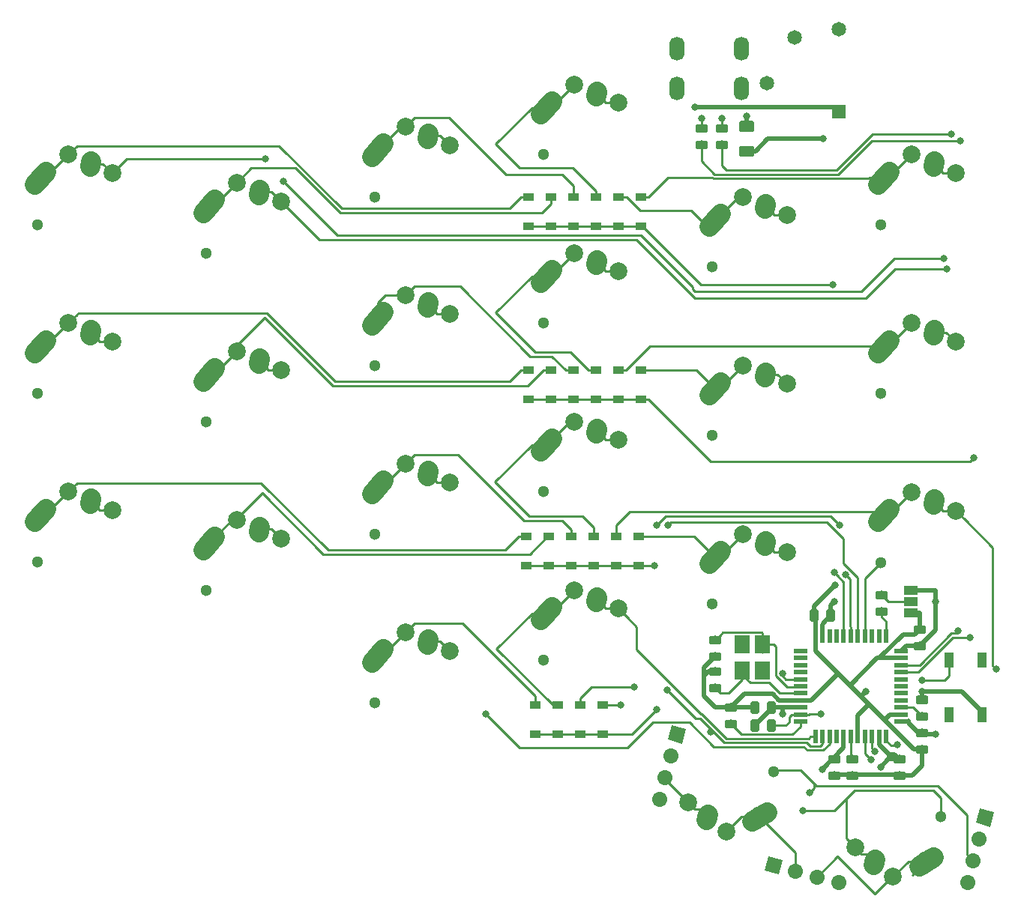
<source format=gbl>
G04 #@! TF.GenerationSoftware,KiCad,Pcbnew,(5.1.4)-1*
G04 #@! TF.CreationDate,2022-01-12T12:57:04-05:00*
G04 #@! TF.ProjectId,a44key-pcb-left-hand,6134346b-6579-42d7-9063-622d6c656674,rev?*
G04 #@! TF.SameCoordinates,Original*
G04 #@! TF.FileFunction,Copper,L2,Bot*
G04 #@! TF.FilePolarity,Positive*
%FSLAX46Y46*%
G04 Gerber Fmt 4.6, Leading zero omitted, Abs format (unit mm)*
G04 Created by KiCad (PCBNEW (5.1.4)-1) date 2022-01-12 12:57:04*
%MOMM*%
%LPD*%
G04 APERTURE LIST*
%ADD10C,1.300000*%
%ADD11C,2.250000*%
%ADD12C,2.250000*%
%ADD13C,2.000000*%
%ADD14R,1.500000X1.000000*%
%ADD15C,1.700000*%
%ADD16C,0.100000*%
%ADD17C,1.700000*%
%ADD18C,0.975000*%
%ADD19R,0.550000X1.500000*%
%ADD20R,1.500000X0.550000*%
%ADD21O,1.700000X2.700000*%
%ADD22R,1.200000X0.900000*%
%ADD23R,1.800000X2.100000*%
%ADD24R,1.100000X1.800000*%
%ADD25C,1.250000*%
%ADD26C,1.650000*%
%ADD27R,1.650000X1.650000*%
%ADD28C,0.800000*%
%ADD29C,0.500000*%
%ADD30C,0.254000*%
G04 APERTURE END LIST*
D10*
X178244500Y-66357500D03*
D11*
X178523500Y-61050500D03*
D12*
X177868505Y-61780504D02*
X179178495Y-60320496D01*
D11*
X184198500Y-59475500D03*
D12*
X184178729Y-59765516D02*
X184218271Y-59185484D01*
D13*
X186673500Y-60525501D03*
X181673500Y-58425500D03*
D10*
X178244500Y-85407500D03*
D11*
X178523500Y-80100500D03*
D12*
X177868505Y-80830504D02*
X179178495Y-79370496D01*
D11*
X184198500Y-78525500D03*
D12*
X184178729Y-78815516D02*
X184218271Y-78235484D01*
D13*
X186673500Y-79575501D03*
X181673500Y-77475500D03*
D14*
X181610000Y-110236000D03*
X181610000Y-108936000D03*
X181610000Y-107636000D03*
D10*
X159194500Y-90170000D03*
D11*
X159473500Y-84863000D03*
D12*
X158818505Y-85593004D02*
X160128495Y-84132996D01*
D11*
X165148500Y-83288000D03*
D12*
X165128729Y-83578016D02*
X165168271Y-82997984D01*
D13*
X167623500Y-84338001D03*
X162623500Y-82238000D03*
D10*
X82994500Y-104457500D03*
D11*
X83273500Y-99150500D03*
D12*
X82618505Y-99880504D02*
X83928495Y-98420496D01*
D11*
X88948500Y-97575500D03*
D12*
X88928729Y-97865516D02*
X88968271Y-97285484D01*
D13*
X91423500Y-98625501D03*
X86423500Y-96525500D03*
D10*
X82994500Y-85407500D03*
D11*
X83273500Y-80100500D03*
D12*
X82618505Y-80830504D02*
X83928495Y-79370496D01*
D11*
X88948500Y-78525500D03*
D12*
X88928729Y-78815516D02*
X88968271Y-78235484D01*
D13*
X91423500Y-79575501D03*
X86423500Y-77475500D03*
X160778968Y-134954340D03*
X156492859Y-131631800D03*
D11*
X158611765Y-133286600D03*
D12*
X158705924Y-133011583D02*
X158517606Y-133561617D01*
D11*
X164501034Y-133234065D03*
D12*
X165322650Y-132698460D02*
X163679418Y-133769670D01*
D10*
X166144080Y-128180107D03*
D15*
X189992000Y-133350000D03*
D16*
G36*
X191033033Y-132748959D02*
G01*
X190593041Y-134391033D01*
X188950967Y-133951041D01*
X189390959Y-132308967D01*
X191033033Y-132748959D01*
X191033033Y-132748959D01*
G37*
D15*
X189334600Y-135803452D03*
D17*
X189334600Y-135803452D02*
X189334600Y-135803452D01*
D15*
X188677199Y-138256903D03*
D17*
X188677199Y-138256903D02*
X188677199Y-138256903D01*
D15*
X188019799Y-140710355D03*
D17*
X188019799Y-140710355D02*
X188019799Y-140710355D01*
D16*
G36*
X161770142Y-120417674D02*
G01*
X161793803Y-120421184D01*
X161817007Y-120426996D01*
X161839529Y-120435054D01*
X161861153Y-120445282D01*
X161881670Y-120457579D01*
X161900883Y-120471829D01*
X161918607Y-120487893D01*
X161934671Y-120505617D01*
X161948921Y-120524830D01*
X161961218Y-120545347D01*
X161971446Y-120566971D01*
X161979504Y-120589493D01*
X161985316Y-120612697D01*
X161988826Y-120636358D01*
X161990000Y-120660250D01*
X161990000Y-121147750D01*
X161988826Y-121171642D01*
X161985316Y-121195303D01*
X161979504Y-121218507D01*
X161971446Y-121241029D01*
X161961218Y-121262653D01*
X161948921Y-121283170D01*
X161934671Y-121302383D01*
X161918607Y-121320107D01*
X161900883Y-121336171D01*
X161881670Y-121350421D01*
X161861153Y-121362718D01*
X161839529Y-121372946D01*
X161817007Y-121381004D01*
X161793803Y-121386816D01*
X161770142Y-121390326D01*
X161746250Y-121391500D01*
X160833750Y-121391500D01*
X160809858Y-121390326D01*
X160786197Y-121386816D01*
X160762993Y-121381004D01*
X160740471Y-121372946D01*
X160718847Y-121362718D01*
X160698330Y-121350421D01*
X160679117Y-121336171D01*
X160661393Y-121320107D01*
X160645329Y-121302383D01*
X160631079Y-121283170D01*
X160618782Y-121262653D01*
X160608554Y-121241029D01*
X160600496Y-121218507D01*
X160594684Y-121195303D01*
X160591174Y-121171642D01*
X160590000Y-121147750D01*
X160590000Y-120660250D01*
X160591174Y-120636358D01*
X160594684Y-120612697D01*
X160600496Y-120589493D01*
X160608554Y-120566971D01*
X160618782Y-120545347D01*
X160631079Y-120524830D01*
X160645329Y-120505617D01*
X160661393Y-120487893D01*
X160679117Y-120471829D01*
X160698330Y-120457579D01*
X160718847Y-120445282D01*
X160740471Y-120435054D01*
X160762993Y-120426996D01*
X160786197Y-120421184D01*
X160809858Y-120417674D01*
X160833750Y-120416500D01*
X161746250Y-120416500D01*
X161770142Y-120417674D01*
X161770142Y-120417674D01*
G37*
D18*
X161290000Y-120904000D03*
D16*
G36*
X161770142Y-122292674D02*
G01*
X161793803Y-122296184D01*
X161817007Y-122301996D01*
X161839529Y-122310054D01*
X161861153Y-122320282D01*
X161881670Y-122332579D01*
X161900883Y-122346829D01*
X161918607Y-122362893D01*
X161934671Y-122380617D01*
X161948921Y-122399830D01*
X161961218Y-122420347D01*
X161971446Y-122441971D01*
X161979504Y-122464493D01*
X161985316Y-122487697D01*
X161988826Y-122511358D01*
X161990000Y-122535250D01*
X161990000Y-123022750D01*
X161988826Y-123046642D01*
X161985316Y-123070303D01*
X161979504Y-123093507D01*
X161971446Y-123116029D01*
X161961218Y-123137653D01*
X161948921Y-123158170D01*
X161934671Y-123177383D01*
X161918607Y-123195107D01*
X161900883Y-123211171D01*
X161881670Y-123225421D01*
X161861153Y-123237718D01*
X161839529Y-123247946D01*
X161817007Y-123256004D01*
X161793803Y-123261816D01*
X161770142Y-123265326D01*
X161746250Y-123266500D01*
X160833750Y-123266500D01*
X160809858Y-123265326D01*
X160786197Y-123261816D01*
X160762993Y-123256004D01*
X160740471Y-123247946D01*
X160718847Y-123237718D01*
X160698330Y-123225421D01*
X160679117Y-123211171D01*
X160661393Y-123195107D01*
X160645329Y-123177383D01*
X160631079Y-123158170D01*
X160618782Y-123137653D01*
X160608554Y-123116029D01*
X160600496Y-123093507D01*
X160594684Y-123070303D01*
X160591174Y-123046642D01*
X160590000Y-123022750D01*
X160590000Y-122535250D01*
X160591174Y-122511358D01*
X160594684Y-122487697D01*
X160600496Y-122464493D01*
X160608554Y-122441971D01*
X160618782Y-122420347D01*
X160631079Y-122399830D01*
X160645329Y-122380617D01*
X160661393Y-122362893D01*
X160679117Y-122346829D01*
X160698330Y-122332579D01*
X160718847Y-122320282D01*
X160740471Y-122310054D01*
X160762993Y-122301996D01*
X160786197Y-122296184D01*
X160809858Y-122292674D01*
X160833750Y-122291500D01*
X161746250Y-122291500D01*
X161770142Y-122292674D01*
X161770142Y-122292674D01*
G37*
D18*
X161290000Y-122779000D03*
D16*
G36*
X183360142Y-119558674D02*
G01*
X183383803Y-119562184D01*
X183407007Y-119567996D01*
X183429529Y-119576054D01*
X183451153Y-119586282D01*
X183471670Y-119598579D01*
X183490883Y-119612829D01*
X183508607Y-119628893D01*
X183524671Y-119646617D01*
X183538921Y-119665830D01*
X183551218Y-119686347D01*
X183561446Y-119707971D01*
X183569504Y-119730493D01*
X183575316Y-119753697D01*
X183578826Y-119777358D01*
X183580000Y-119801250D01*
X183580000Y-120288750D01*
X183578826Y-120312642D01*
X183575316Y-120336303D01*
X183569504Y-120359507D01*
X183561446Y-120382029D01*
X183551218Y-120403653D01*
X183538921Y-120424170D01*
X183524671Y-120443383D01*
X183508607Y-120461107D01*
X183490883Y-120477171D01*
X183471670Y-120491421D01*
X183451153Y-120503718D01*
X183429529Y-120513946D01*
X183407007Y-120522004D01*
X183383803Y-120527816D01*
X183360142Y-120531326D01*
X183336250Y-120532500D01*
X182423750Y-120532500D01*
X182399858Y-120531326D01*
X182376197Y-120527816D01*
X182352993Y-120522004D01*
X182330471Y-120513946D01*
X182308847Y-120503718D01*
X182288330Y-120491421D01*
X182269117Y-120477171D01*
X182251393Y-120461107D01*
X182235329Y-120443383D01*
X182221079Y-120424170D01*
X182208782Y-120403653D01*
X182198554Y-120382029D01*
X182190496Y-120359507D01*
X182184684Y-120336303D01*
X182181174Y-120312642D01*
X182180000Y-120288750D01*
X182180000Y-119801250D01*
X182181174Y-119777358D01*
X182184684Y-119753697D01*
X182190496Y-119730493D01*
X182198554Y-119707971D01*
X182208782Y-119686347D01*
X182221079Y-119665830D01*
X182235329Y-119646617D01*
X182251393Y-119628893D01*
X182269117Y-119612829D01*
X182288330Y-119598579D01*
X182308847Y-119586282D01*
X182330471Y-119576054D01*
X182352993Y-119567996D01*
X182376197Y-119562184D01*
X182399858Y-119558674D01*
X182423750Y-119557500D01*
X183336250Y-119557500D01*
X183360142Y-119558674D01*
X183360142Y-119558674D01*
G37*
D18*
X182880000Y-120045000D03*
D16*
G36*
X183360142Y-121433674D02*
G01*
X183383803Y-121437184D01*
X183407007Y-121442996D01*
X183429529Y-121451054D01*
X183451153Y-121461282D01*
X183471670Y-121473579D01*
X183490883Y-121487829D01*
X183508607Y-121503893D01*
X183524671Y-121521617D01*
X183538921Y-121540830D01*
X183551218Y-121561347D01*
X183561446Y-121582971D01*
X183569504Y-121605493D01*
X183575316Y-121628697D01*
X183578826Y-121652358D01*
X183580000Y-121676250D01*
X183580000Y-122163750D01*
X183578826Y-122187642D01*
X183575316Y-122211303D01*
X183569504Y-122234507D01*
X183561446Y-122257029D01*
X183551218Y-122278653D01*
X183538921Y-122299170D01*
X183524671Y-122318383D01*
X183508607Y-122336107D01*
X183490883Y-122352171D01*
X183471670Y-122366421D01*
X183451153Y-122378718D01*
X183429529Y-122388946D01*
X183407007Y-122397004D01*
X183383803Y-122402816D01*
X183360142Y-122406326D01*
X183336250Y-122407500D01*
X182423750Y-122407500D01*
X182399858Y-122406326D01*
X182376197Y-122402816D01*
X182352993Y-122397004D01*
X182330471Y-122388946D01*
X182308847Y-122378718D01*
X182288330Y-122366421D01*
X182269117Y-122352171D01*
X182251393Y-122336107D01*
X182235329Y-122318383D01*
X182221079Y-122299170D01*
X182208782Y-122278653D01*
X182198554Y-122257029D01*
X182190496Y-122234507D01*
X182184684Y-122211303D01*
X182181174Y-122187642D01*
X182180000Y-122163750D01*
X182180000Y-121676250D01*
X182181174Y-121652358D01*
X182184684Y-121628697D01*
X182190496Y-121605493D01*
X182198554Y-121582971D01*
X182208782Y-121561347D01*
X182221079Y-121540830D01*
X182235329Y-121521617D01*
X182251393Y-121503893D01*
X182269117Y-121487829D01*
X182288330Y-121473579D01*
X182308847Y-121461282D01*
X182330471Y-121451054D01*
X182352993Y-121442996D01*
X182376197Y-121437184D01*
X182399858Y-121433674D01*
X182423750Y-121432500D01*
X183336250Y-121432500D01*
X183360142Y-121433674D01*
X183360142Y-121433674D01*
G37*
D18*
X182880000Y-121920000D03*
D16*
G36*
X173454142Y-126259674D02*
G01*
X173477803Y-126263184D01*
X173501007Y-126268996D01*
X173523529Y-126277054D01*
X173545153Y-126287282D01*
X173565670Y-126299579D01*
X173584883Y-126313829D01*
X173602607Y-126329893D01*
X173618671Y-126347617D01*
X173632921Y-126366830D01*
X173645218Y-126387347D01*
X173655446Y-126408971D01*
X173663504Y-126431493D01*
X173669316Y-126454697D01*
X173672826Y-126478358D01*
X173674000Y-126502250D01*
X173674000Y-126989750D01*
X173672826Y-127013642D01*
X173669316Y-127037303D01*
X173663504Y-127060507D01*
X173655446Y-127083029D01*
X173645218Y-127104653D01*
X173632921Y-127125170D01*
X173618671Y-127144383D01*
X173602607Y-127162107D01*
X173584883Y-127178171D01*
X173565670Y-127192421D01*
X173545153Y-127204718D01*
X173523529Y-127214946D01*
X173501007Y-127223004D01*
X173477803Y-127228816D01*
X173454142Y-127232326D01*
X173430250Y-127233500D01*
X172517750Y-127233500D01*
X172493858Y-127232326D01*
X172470197Y-127228816D01*
X172446993Y-127223004D01*
X172424471Y-127214946D01*
X172402847Y-127204718D01*
X172382330Y-127192421D01*
X172363117Y-127178171D01*
X172345393Y-127162107D01*
X172329329Y-127144383D01*
X172315079Y-127125170D01*
X172302782Y-127104653D01*
X172292554Y-127083029D01*
X172284496Y-127060507D01*
X172278684Y-127037303D01*
X172275174Y-127013642D01*
X172274000Y-126989750D01*
X172274000Y-126502250D01*
X172275174Y-126478358D01*
X172278684Y-126454697D01*
X172284496Y-126431493D01*
X172292554Y-126408971D01*
X172302782Y-126387347D01*
X172315079Y-126366830D01*
X172329329Y-126347617D01*
X172345393Y-126329893D01*
X172363117Y-126313829D01*
X172382330Y-126299579D01*
X172402847Y-126287282D01*
X172424471Y-126277054D01*
X172446993Y-126268996D01*
X172470197Y-126263184D01*
X172493858Y-126259674D01*
X172517750Y-126258500D01*
X173430250Y-126258500D01*
X173454142Y-126259674D01*
X173454142Y-126259674D01*
G37*
D18*
X172974000Y-126746000D03*
D16*
G36*
X173454142Y-128134674D02*
G01*
X173477803Y-128138184D01*
X173501007Y-128143996D01*
X173523529Y-128152054D01*
X173545153Y-128162282D01*
X173565670Y-128174579D01*
X173584883Y-128188829D01*
X173602607Y-128204893D01*
X173618671Y-128222617D01*
X173632921Y-128241830D01*
X173645218Y-128262347D01*
X173655446Y-128283971D01*
X173663504Y-128306493D01*
X173669316Y-128329697D01*
X173672826Y-128353358D01*
X173674000Y-128377250D01*
X173674000Y-128864750D01*
X173672826Y-128888642D01*
X173669316Y-128912303D01*
X173663504Y-128935507D01*
X173655446Y-128958029D01*
X173645218Y-128979653D01*
X173632921Y-129000170D01*
X173618671Y-129019383D01*
X173602607Y-129037107D01*
X173584883Y-129053171D01*
X173565670Y-129067421D01*
X173545153Y-129079718D01*
X173523529Y-129089946D01*
X173501007Y-129098004D01*
X173477803Y-129103816D01*
X173454142Y-129107326D01*
X173430250Y-129108500D01*
X172517750Y-129108500D01*
X172493858Y-129107326D01*
X172470197Y-129103816D01*
X172446993Y-129098004D01*
X172424471Y-129089946D01*
X172402847Y-129079718D01*
X172382330Y-129067421D01*
X172363117Y-129053171D01*
X172345393Y-129037107D01*
X172329329Y-129019383D01*
X172315079Y-129000170D01*
X172302782Y-128979653D01*
X172292554Y-128958029D01*
X172284496Y-128935507D01*
X172278684Y-128912303D01*
X172275174Y-128888642D01*
X172274000Y-128864750D01*
X172274000Y-128377250D01*
X172275174Y-128353358D01*
X172278684Y-128329697D01*
X172284496Y-128306493D01*
X172292554Y-128283971D01*
X172302782Y-128262347D01*
X172315079Y-128241830D01*
X172329329Y-128222617D01*
X172345393Y-128204893D01*
X172363117Y-128188829D01*
X172382330Y-128174579D01*
X172402847Y-128162282D01*
X172424471Y-128152054D01*
X172446993Y-128143996D01*
X172470197Y-128138184D01*
X172493858Y-128134674D01*
X172517750Y-128133500D01*
X173430250Y-128133500D01*
X173454142Y-128134674D01*
X173454142Y-128134674D01*
G37*
D18*
X172974000Y-128621000D03*
D19*
X178828000Y-124208000D03*
X178028000Y-124208000D03*
X177228000Y-124208000D03*
X176428000Y-124208000D03*
X175628000Y-124208000D03*
X174828000Y-124208000D03*
X174028000Y-124208000D03*
X173228000Y-124208000D03*
X172428000Y-124208000D03*
X171628000Y-124208000D03*
X170828000Y-124208000D03*
D20*
X169128000Y-122508000D03*
X169128000Y-121708000D03*
X169128000Y-120908000D03*
X169128000Y-120108000D03*
X169128000Y-119308000D03*
X169128000Y-118508000D03*
X169128000Y-117708000D03*
X169128000Y-116908000D03*
X169128000Y-116108000D03*
X169128000Y-115308000D03*
X169128000Y-114508000D03*
D19*
X170828000Y-112808000D03*
X171628000Y-112808000D03*
X172428000Y-112808000D03*
X173228000Y-112808000D03*
X174028000Y-112808000D03*
X174828000Y-112808000D03*
X175628000Y-112808000D03*
X176428000Y-112808000D03*
X177228000Y-112808000D03*
X178028000Y-112808000D03*
X178828000Y-112808000D03*
D20*
X180528000Y-114508000D03*
X180528000Y-115308000D03*
X180528000Y-116108000D03*
X180528000Y-116908000D03*
X180528000Y-117708000D03*
X180528000Y-118508000D03*
X180528000Y-119308000D03*
X180528000Y-120108000D03*
X180528000Y-120908000D03*
X180528000Y-121708000D03*
X180528000Y-122508000D03*
D16*
G36*
X172830642Y-109791174D02*
G01*
X172854303Y-109794684D01*
X172877507Y-109800496D01*
X172900029Y-109808554D01*
X172921653Y-109818782D01*
X172942170Y-109831079D01*
X172961383Y-109845329D01*
X172979107Y-109861393D01*
X172995171Y-109879117D01*
X173009421Y-109898330D01*
X173021718Y-109918847D01*
X173031946Y-109940471D01*
X173040004Y-109962993D01*
X173045816Y-109986197D01*
X173049326Y-110009858D01*
X173050500Y-110033750D01*
X173050500Y-110946250D01*
X173049326Y-110970142D01*
X173045816Y-110993803D01*
X173040004Y-111017007D01*
X173031946Y-111039529D01*
X173021718Y-111061153D01*
X173009421Y-111081670D01*
X172995171Y-111100883D01*
X172979107Y-111118607D01*
X172961383Y-111134671D01*
X172942170Y-111148921D01*
X172921653Y-111161218D01*
X172900029Y-111171446D01*
X172877507Y-111179504D01*
X172854303Y-111185316D01*
X172830642Y-111188826D01*
X172806750Y-111190000D01*
X172319250Y-111190000D01*
X172295358Y-111188826D01*
X172271697Y-111185316D01*
X172248493Y-111179504D01*
X172225971Y-111171446D01*
X172204347Y-111161218D01*
X172183830Y-111148921D01*
X172164617Y-111134671D01*
X172146893Y-111118607D01*
X172130829Y-111100883D01*
X172116579Y-111081670D01*
X172104282Y-111061153D01*
X172094054Y-111039529D01*
X172085996Y-111017007D01*
X172080184Y-110993803D01*
X172076674Y-110970142D01*
X172075500Y-110946250D01*
X172075500Y-110033750D01*
X172076674Y-110009858D01*
X172080184Y-109986197D01*
X172085996Y-109962993D01*
X172094054Y-109940471D01*
X172104282Y-109918847D01*
X172116579Y-109898330D01*
X172130829Y-109879117D01*
X172146893Y-109861393D01*
X172164617Y-109845329D01*
X172183830Y-109831079D01*
X172204347Y-109818782D01*
X172225971Y-109808554D01*
X172248493Y-109800496D01*
X172271697Y-109794684D01*
X172295358Y-109791174D01*
X172319250Y-109790000D01*
X172806750Y-109790000D01*
X172830642Y-109791174D01*
X172830642Y-109791174D01*
G37*
D18*
X172563000Y-110490000D03*
D16*
G36*
X170955642Y-109791174D02*
G01*
X170979303Y-109794684D01*
X171002507Y-109800496D01*
X171025029Y-109808554D01*
X171046653Y-109818782D01*
X171067170Y-109831079D01*
X171086383Y-109845329D01*
X171104107Y-109861393D01*
X171120171Y-109879117D01*
X171134421Y-109898330D01*
X171146718Y-109918847D01*
X171156946Y-109940471D01*
X171165004Y-109962993D01*
X171170816Y-109986197D01*
X171174326Y-110009858D01*
X171175500Y-110033750D01*
X171175500Y-110946250D01*
X171174326Y-110970142D01*
X171170816Y-110993803D01*
X171165004Y-111017007D01*
X171156946Y-111039529D01*
X171146718Y-111061153D01*
X171134421Y-111081670D01*
X171120171Y-111100883D01*
X171104107Y-111118607D01*
X171086383Y-111134671D01*
X171067170Y-111148921D01*
X171046653Y-111161218D01*
X171025029Y-111171446D01*
X171002507Y-111179504D01*
X170979303Y-111185316D01*
X170955642Y-111188826D01*
X170931750Y-111190000D01*
X170444250Y-111190000D01*
X170420358Y-111188826D01*
X170396697Y-111185316D01*
X170373493Y-111179504D01*
X170350971Y-111171446D01*
X170329347Y-111161218D01*
X170308830Y-111148921D01*
X170289617Y-111134671D01*
X170271893Y-111118607D01*
X170255829Y-111100883D01*
X170241579Y-111081670D01*
X170229282Y-111061153D01*
X170219054Y-111039529D01*
X170210996Y-111017007D01*
X170205184Y-110993803D01*
X170201674Y-110970142D01*
X170200500Y-110946250D01*
X170200500Y-110033750D01*
X170201674Y-110009858D01*
X170205184Y-109986197D01*
X170210996Y-109962993D01*
X170219054Y-109940471D01*
X170229282Y-109918847D01*
X170241579Y-109898330D01*
X170255829Y-109879117D01*
X170271893Y-109861393D01*
X170289617Y-109845329D01*
X170308830Y-109831079D01*
X170329347Y-109818782D01*
X170350971Y-109808554D01*
X170373493Y-109800496D01*
X170396697Y-109794684D01*
X170420358Y-109791174D01*
X170444250Y-109790000D01*
X170931750Y-109790000D01*
X170955642Y-109791174D01*
X170955642Y-109791174D01*
G37*
D18*
X170688000Y-110490000D03*
D15*
X155194000Y-123952000D03*
D16*
G36*
X156235033Y-123350959D02*
G01*
X155795041Y-124993033D01*
X154152967Y-124553041D01*
X154592959Y-122910967D01*
X156235033Y-123350959D01*
X156235033Y-123350959D01*
G37*
D15*
X154536600Y-126405452D03*
D17*
X154536600Y-126405452D02*
X154536600Y-126405452D01*
D15*
X153879199Y-128858903D03*
D17*
X153879199Y-128858903D02*
X153879199Y-128858903D01*
D15*
X153221799Y-131312355D03*
D17*
X153221799Y-131312355D02*
X153221799Y-131312355D01*
D15*
X166121645Y-138743799D03*
D16*
G36*
X165520604Y-137702766D02*
G01*
X167162678Y-138142758D01*
X166722686Y-139784832D01*
X165080612Y-139344840D01*
X165520604Y-137702766D01*
X165520604Y-137702766D01*
G37*
D15*
X168575097Y-139401199D03*
D17*
X168575097Y-139401199D02*
X168575097Y-139401199D01*
D15*
X171028548Y-140058600D03*
D17*
X171028548Y-140058600D02*
X171028548Y-140058600D01*
D15*
X173482000Y-140716000D03*
D17*
X173482000Y-140716000D02*
X173482000Y-140716000D01*
D21*
X162494000Y-50982000D03*
X155194000Y-50982000D03*
X155194000Y-46482000D03*
X162494000Y-46482000D03*
D16*
G36*
X159992142Y-112797674D02*
G01*
X160015803Y-112801184D01*
X160039007Y-112806996D01*
X160061529Y-112815054D01*
X160083153Y-112825282D01*
X160103670Y-112837579D01*
X160122883Y-112851829D01*
X160140607Y-112867893D01*
X160156671Y-112885617D01*
X160170921Y-112904830D01*
X160183218Y-112925347D01*
X160193446Y-112946971D01*
X160201504Y-112969493D01*
X160207316Y-112992697D01*
X160210826Y-113016358D01*
X160212000Y-113040250D01*
X160212000Y-113527750D01*
X160210826Y-113551642D01*
X160207316Y-113575303D01*
X160201504Y-113598507D01*
X160193446Y-113621029D01*
X160183218Y-113642653D01*
X160170921Y-113663170D01*
X160156671Y-113682383D01*
X160140607Y-113700107D01*
X160122883Y-113716171D01*
X160103670Y-113730421D01*
X160083153Y-113742718D01*
X160061529Y-113752946D01*
X160039007Y-113761004D01*
X160015803Y-113766816D01*
X159992142Y-113770326D01*
X159968250Y-113771500D01*
X159055750Y-113771500D01*
X159031858Y-113770326D01*
X159008197Y-113766816D01*
X158984993Y-113761004D01*
X158962471Y-113752946D01*
X158940847Y-113742718D01*
X158920330Y-113730421D01*
X158901117Y-113716171D01*
X158883393Y-113700107D01*
X158867329Y-113682383D01*
X158853079Y-113663170D01*
X158840782Y-113642653D01*
X158830554Y-113621029D01*
X158822496Y-113598507D01*
X158816684Y-113575303D01*
X158813174Y-113551642D01*
X158812000Y-113527750D01*
X158812000Y-113040250D01*
X158813174Y-113016358D01*
X158816684Y-112992697D01*
X158822496Y-112969493D01*
X158830554Y-112946971D01*
X158840782Y-112925347D01*
X158853079Y-112904830D01*
X158867329Y-112885617D01*
X158883393Y-112867893D01*
X158901117Y-112851829D01*
X158920330Y-112837579D01*
X158940847Y-112825282D01*
X158962471Y-112815054D01*
X158984993Y-112806996D01*
X159008197Y-112801184D01*
X159031858Y-112797674D01*
X159055750Y-112796500D01*
X159968250Y-112796500D01*
X159992142Y-112797674D01*
X159992142Y-112797674D01*
G37*
D18*
X159512000Y-113284000D03*
D16*
G36*
X159992142Y-114672674D02*
G01*
X160015803Y-114676184D01*
X160039007Y-114681996D01*
X160061529Y-114690054D01*
X160083153Y-114700282D01*
X160103670Y-114712579D01*
X160122883Y-114726829D01*
X160140607Y-114742893D01*
X160156671Y-114760617D01*
X160170921Y-114779830D01*
X160183218Y-114800347D01*
X160193446Y-114821971D01*
X160201504Y-114844493D01*
X160207316Y-114867697D01*
X160210826Y-114891358D01*
X160212000Y-114915250D01*
X160212000Y-115402750D01*
X160210826Y-115426642D01*
X160207316Y-115450303D01*
X160201504Y-115473507D01*
X160193446Y-115496029D01*
X160183218Y-115517653D01*
X160170921Y-115538170D01*
X160156671Y-115557383D01*
X160140607Y-115575107D01*
X160122883Y-115591171D01*
X160103670Y-115605421D01*
X160083153Y-115617718D01*
X160061529Y-115627946D01*
X160039007Y-115636004D01*
X160015803Y-115641816D01*
X159992142Y-115645326D01*
X159968250Y-115646500D01*
X159055750Y-115646500D01*
X159031858Y-115645326D01*
X159008197Y-115641816D01*
X158984993Y-115636004D01*
X158962471Y-115627946D01*
X158940847Y-115617718D01*
X158920330Y-115605421D01*
X158901117Y-115591171D01*
X158883393Y-115575107D01*
X158867329Y-115557383D01*
X158853079Y-115538170D01*
X158840782Y-115517653D01*
X158830554Y-115496029D01*
X158822496Y-115473507D01*
X158816684Y-115450303D01*
X158813174Y-115426642D01*
X158812000Y-115402750D01*
X158812000Y-114915250D01*
X158813174Y-114891358D01*
X158816684Y-114867697D01*
X158822496Y-114844493D01*
X158830554Y-114821971D01*
X158840782Y-114800347D01*
X158853079Y-114779830D01*
X158867329Y-114760617D01*
X158883393Y-114742893D01*
X158901117Y-114726829D01*
X158920330Y-114712579D01*
X158940847Y-114700282D01*
X158962471Y-114690054D01*
X158984993Y-114681996D01*
X159008197Y-114676184D01*
X159031858Y-114672674D01*
X159055750Y-114671500D01*
X159968250Y-114671500D01*
X159992142Y-114672674D01*
X159992142Y-114672674D01*
G37*
D18*
X159512000Y-115159000D03*
D16*
G36*
X178788142Y-107717674D02*
G01*
X178811803Y-107721184D01*
X178835007Y-107726996D01*
X178857529Y-107735054D01*
X178879153Y-107745282D01*
X178899670Y-107757579D01*
X178918883Y-107771829D01*
X178936607Y-107787893D01*
X178952671Y-107805617D01*
X178966921Y-107824830D01*
X178979218Y-107845347D01*
X178989446Y-107866971D01*
X178997504Y-107889493D01*
X179003316Y-107912697D01*
X179006826Y-107936358D01*
X179008000Y-107960250D01*
X179008000Y-108447750D01*
X179006826Y-108471642D01*
X179003316Y-108495303D01*
X178997504Y-108518507D01*
X178989446Y-108541029D01*
X178979218Y-108562653D01*
X178966921Y-108583170D01*
X178952671Y-108602383D01*
X178936607Y-108620107D01*
X178918883Y-108636171D01*
X178899670Y-108650421D01*
X178879153Y-108662718D01*
X178857529Y-108672946D01*
X178835007Y-108681004D01*
X178811803Y-108686816D01*
X178788142Y-108690326D01*
X178764250Y-108691500D01*
X177851750Y-108691500D01*
X177827858Y-108690326D01*
X177804197Y-108686816D01*
X177780993Y-108681004D01*
X177758471Y-108672946D01*
X177736847Y-108662718D01*
X177716330Y-108650421D01*
X177697117Y-108636171D01*
X177679393Y-108620107D01*
X177663329Y-108602383D01*
X177649079Y-108583170D01*
X177636782Y-108562653D01*
X177626554Y-108541029D01*
X177618496Y-108518507D01*
X177612684Y-108495303D01*
X177609174Y-108471642D01*
X177608000Y-108447750D01*
X177608000Y-107960250D01*
X177609174Y-107936358D01*
X177612684Y-107912697D01*
X177618496Y-107889493D01*
X177626554Y-107866971D01*
X177636782Y-107845347D01*
X177649079Y-107824830D01*
X177663329Y-107805617D01*
X177679393Y-107787893D01*
X177697117Y-107771829D01*
X177716330Y-107757579D01*
X177736847Y-107745282D01*
X177758471Y-107735054D01*
X177780993Y-107726996D01*
X177804197Y-107721184D01*
X177827858Y-107717674D01*
X177851750Y-107716500D01*
X178764250Y-107716500D01*
X178788142Y-107717674D01*
X178788142Y-107717674D01*
G37*
D18*
X178308000Y-108204000D03*
D16*
G36*
X178788142Y-109592674D02*
G01*
X178811803Y-109596184D01*
X178835007Y-109601996D01*
X178857529Y-109610054D01*
X178879153Y-109620282D01*
X178899670Y-109632579D01*
X178918883Y-109646829D01*
X178936607Y-109662893D01*
X178952671Y-109680617D01*
X178966921Y-109699830D01*
X178979218Y-109720347D01*
X178989446Y-109741971D01*
X178997504Y-109764493D01*
X179003316Y-109787697D01*
X179006826Y-109811358D01*
X179008000Y-109835250D01*
X179008000Y-110322750D01*
X179006826Y-110346642D01*
X179003316Y-110370303D01*
X178997504Y-110393507D01*
X178989446Y-110416029D01*
X178979218Y-110437653D01*
X178966921Y-110458170D01*
X178952671Y-110477383D01*
X178936607Y-110495107D01*
X178918883Y-110511171D01*
X178899670Y-110525421D01*
X178879153Y-110537718D01*
X178857529Y-110547946D01*
X178835007Y-110556004D01*
X178811803Y-110561816D01*
X178788142Y-110565326D01*
X178764250Y-110566500D01*
X177851750Y-110566500D01*
X177827858Y-110565326D01*
X177804197Y-110561816D01*
X177780993Y-110556004D01*
X177758471Y-110547946D01*
X177736847Y-110537718D01*
X177716330Y-110525421D01*
X177697117Y-110511171D01*
X177679393Y-110495107D01*
X177663329Y-110477383D01*
X177649079Y-110458170D01*
X177636782Y-110437653D01*
X177626554Y-110416029D01*
X177618496Y-110393507D01*
X177612684Y-110370303D01*
X177609174Y-110346642D01*
X177608000Y-110322750D01*
X177608000Y-109835250D01*
X177609174Y-109811358D01*
X177612684Y-109787697D01*
X177618496Y-109764493D01*
X177626554Y-109741971D01*
X177636782Y-109720347D01*
X177649079Y-109699830D01*
X177663329Y-109680617D01*
X177679393Y-109662893D01*
X177697117Y-109646829D01*
X177716330Y-109632579D01*
X177736847Y-109620282D01*
X177758471Y-109610054D01*
X177780993Y-109601996D01*
X177804197Y-109596184D01*
X177827858Y-109592674D01*
X177851750Y-109591500D01*
X178764250Y-109591500D01*
X178788142Y-109592674D01*
X178788142Y-109592674D01*
G37*
D18*
X178308000Y-110079000D03*
D22*
X144272000Y-123950000D03*
X144272000Y-120650000D03*
X150876000Y-104900000D03*
X150876000Y-101600000D03*
X148336000Y-104900000D03*
X148336000Y-101600000D03*
X146812000Y-123950000D03*
X146812000Y-120650000D03*
X141732000Y-123950000D03*
X141732000Y-120650000D03*
X140716000Y-104900000D03*
X140716000Y-101600000D03*
X138176000Y-104900000D03*
X138176000Y-101600000D03*
X139192000Y-123950000D03*
X139192000Y-120650000D03*
D16*
G36*
X183360142Y-123290174D02*
G01*
X183383803Y-123293684D01*
X183407007Y-123299496D01*
X183429529Y-123307554D01*
X183451153Y-123317782D01*
X183471670Y-123330079D01*
X183490883Y-123344329D01*
X183508607Y-123360393D01*
X183524671Y-123378117D01*
X183538921Y-123397330D01*
X183551218Y-123417847D01*
X183561446Y-123439471D01*
X183569504Y-123461993D01*
X183575316Y-123485197D01*
X183578826Y-123508858D01*
X183580000Y-123532750D01*
X183580000Y-124020250D01*
X183578826Y-124044142D01*
X183575316Y-124067803D01*
X183569504Y-124091007D01*
X183561446Y-124113529D01*
X183551218Y-124135153D01*
X183538921Y-124155670D01*
X183524671Y-124174883D01*
X183508607Y-124192607D01*
X183490883Y-124208671D01*
X183471670Y-124222921D01*
X183451153Y-124235218D01*
X183429529Y-124245446D01*
X183407007Y-124253504D01*
X183383803Y-124259316D01*
X183360142Y-124262826D01*
X183336250Y-124264000D01*
X182423750Y-124264000D01*
X182399858Y-124262826D01*
X182376197Y-124259316D01*
X182352993Y-124253504D01*
X182330471Y-124245446D01*
X182308847Y-124235218D01*
X182288330Y-124222921D01*
X182269117Y-124208671D01*
X182251393Y-124192607D01*
X182235329Y-124174883D01*
X182221079Y-124155670D01*
X182208782Y-124135153D01*
X182198554Y-124113529D01*
X182190496Y-124091007D01*
X182184684Y-124067803D01*
X182181174Y-124044142D01*
X182180000Y-124020250D01*
X182180000Y-123532750D01*
X182181174Y-123508858D01*
X182184684Y-123485197D01*
X182190496Y-123461993D01*
X182198554Y-123439471D01*
X182208782Y-123417847D01*
X182221079Y-123397330D01*
X182235329Y-123378117D01*
X182251393Y-123360393D01*
X182269117Y-123344329D01*
X182288330Y-123330079D01*
X182308847Y-123317782D01*
X182330471Y-123307554D01*
X182352993Y-123299496D01*
X182376197Y-123293684D01*
X182399858Y-123290174D01*
X182423750Y-123289000D01*
X183336250Y-123289000D01*
X183360142Y-123290174D01*
X183360142Y-123290174D01*
G37*
D18*
X182880000Y-123776500D03*
D16*
G36*
X183360142Y-125165174D02*
G01*
X183383803Y-125168684D01*
X183407007Y-125174496D01*
X183429529Y-125182554D01*
X183451153Y-125192782D01*
X183471670Y-125205079D01*
X183490883Y-125219329D01*
X183508607Y-125235393D01*
X183524671Y-125253117D01*
X183538921Y-125272330D01*
X183551218Y-125292847D01*
X183561446Y-125314471D01*
X183569504Y-125336993D01*
X183575316Y-125360197D01*
X183578826Y-125383858D01*
X183580000Y-125407750D01*
X183580000Y-125895250D01*
X183578826Y-125919142D01*
X183575316Y-125942803D01*
X183569504Y-125966007D01*
X183561446Y-125988529D01*
X183551218Y-126010153D01*
X183538921Y-126030670D01*
X183524671Y-126049883D01*
X183508607Y-126067607D01*
X183490883Y-126083671D01*
X183471670Y-126097921D01*
X183451153Y-126110218D01*
X183429529Y-126120446D01*
X183407007Y-126128504D01*
X183383803Y-126134316D01*
X183360142Y-126137826D01*
X183336250Y-126139000D01*
X182423750Y-126139000D01*
X182399858Y-126137826D01*
X182376197Y-126134316D01*
X182352993Y-126128504D01*
X182330471Y-126120446D01*
X182308847Y-126110218D01*
X182288330Y-126097921D01*
X182269117Y-126083671D01*
X182251393Y-126067607D01*
X182235329Y-126049883D01*
X182221079Y-126030670D01*
X182208782Y-126010153D01*
X182198554Y-125988529D01*
X182190496Y-125966007D01*
X182184684Y-125942803D01*
X182181174Y-125919142D01*
X182180000Y-125895250D01*
X182180000Y-125407750D01*
X182181174Y-125383858D01*
X182184684Y-125360197D01*
X182190496Y-125336993D01*
X182198554Y-125314471D01*
X182208782Y-125292847D01*
X182221079Y-125272330D01*
X182235329Y-125253117D01*
X182251393Y-125235393D01*
X182269117Y-125219329D01*
X182288330Y-125205079D01*
X182308847Y-125192782D01*
X182330471Y-125182554D01*
X182352993Y-125174496D01*
X182376197Y-125168684D01*
X182399858Y-125165174D01*
X182423750Y-125164000D01*
X183336250Y-125164000D01*
X183360142Y-125165174D01*
X183360142Y-125165174D01*
G37*
D18*
X182880000Y-125651500D03*
D16*
G36*
X166129642Y-120205174D02*
G01*
X166153303Y-120208684D01*
X166176507Y-120214496D01*
X166199029Y-120222554D01*
X166220653Y-120232782D01*
X166241170Y-120245079D01*
X166260383Y-120259329D01*
X166278107Y-120275393D01*
X166294171Y-120293117D01*
X166308421Y-120312330D01*
X166320718Y-120332847D01*
X166330946Y-120354471D01*
X166339004Y-120376993D01*
X166344816Y-120400197D01*
X166348326Y-120423858D01*
X166349500Y-120447750D01*
X166349500Y-121360250D01*
X166348326Y-121384142D01*
X166344816Y-121407803D01*
X166339004Y-121431007D01*
X166330946Y-121453529D01*
X166320718Y-121475153D01*
X166308421Y-121495670D01*
X166294171Y-121514883D01*
X166278107Y-121532607D01*
X166260383Y-121548671D01*
X166241170Y-121562921D01*
X166220653Y-121575218D01*
X166199029Y-121585446D01*
X166176507Y-121593504D01*
X166153303Y-121599316D01*
X166129642Y-121602826D01*
X166105750Y-121604000D01*
X165618250Y-121604000D01*
X165594358Y-121602826D01*
X165570697Y-121599316D01*
X165547493Y-121593504D01*
X165524971Y-121585446D01*
X165503347Y-121575218D01*
X165482830Y-121562921D01*
X165463617Y-121548671D01*
X165445893Y-121532607D01*
X165429829Y-121514883D01*
X165415579Y-121495670D01*
X165403282Y-121475153D01*
X165393054Y-121453529D01*
X165384996Y-121431007D01*
X165379184Y-121407803D01*
X165375674Y-121384142D01*
X165374500Y-121360250D01*
X165374500Y-120447750D01*
X165375674Y-120423858D01*
X165379184Y-120400197D01*
X165384996Y-120376993D01*
X165393054Y-120354471D01*
X165403282Y-120332847D01*
X165415579Y-120312330D01*
X165429829Y-120293117D01*
X165445893Y-120275393D01*
X165463617Y-120259329D01*
X165482830Y-120245079D01*
X165503347Y-120232782D01*
X165524971Y-120222554D01*
X165547493Y-120214496D01*
X165570697Y-120208684D01*
X165594358Y-120205174D01*
X165618250Y-120204000D01*
X166105750Y-120204000D01*
X166129642Y-120205174D01*
X166129642Y-120205174D01*
G37*
D18*
X165862000Y-120904000D03*
D16*
G36*
X164254642Y-120205174D02*
G01*
X164278303Y-120208684D01*
X164301507Y-120214496D01*
X164324029Y-120222554D01*
X164345653Y-120232782D01*
X164366170Y-120245079D01*
X164385383Y-120259329D01*
X164403107Y-120275393D01*
X164419171Y-120293117D01*
X164433421Y-120312330D01*
X164445718Y-120332847D01*
X164455946Y-120354471D01*
X164464004Y-120376993D01*
X164469816Y-120400197D01*
X164473326Y-120423858D01*
X164474500Y-120447750D01*
X164474500Y-121360250D01*
X164473326Y-121384142D01*
X164469816Y-121407803D01*
X164464004Y-121431007D01*
X164455946Y-121453529D01*
X164445718Y-121475153D01*
X164433421Y-121495670D01*
X164419171Y-121514883D01*
X164403107Y-121532607D01*
X164385383Y-121548671D01*
X164366170Y-121562921D01*
X164345653Y-121575218D01*
X164324029Y-121585446D01*
X164301507Y-121593504D01*
X164278303Y-121599316D01*
X164254642Y-121602826D01*
X164230750Y-121604000D01*
X163743250Y-121604000D01*
X163719358Y-121602826D01*
X163695697Y-121599316D01*
X163672493Y-121593504D01*
X163649971Y-121585446D01*
X163628347Y-121575218D01*
X163607830Y-121562921D01*
X163588617Y-121548671D01*
X163570893Y-121532607D01*
X163554829Y-121514883D01*
X163540579Y-121495670D01*
X163528282Y-121475153D01*
X163518054Y-121453529D01*
X163509996Y-121431007D01*
X163504184Y-121407803D01*
X163500674Y-121384142D01*
X163499500Y-121360250D01*
X163499500Y-120447750D01*
X163500674Y-120423858D01*
X163504184Y-120400197D01*
X163509996Y-120376993D01*
X163518054Y-120354471D01*
X163528282Y-120332847D01*
X163540579Y-120312330D01*
X163554829Y-120293117D01*
X163570893Y-120275393D01*
X163588617Y-120259329D01*
X163607830Y-120245079D01*
X163628347Y-120232782D01*
X163649971Y-120222554D01*
X163672493Y-120214496D01*
X163695697Y-120208684D01*
X163719358Y-120205174D01*
X163743250Y-120204000D01*
X164230750Y-120204000D01*
X164254642Y-120205174D01*
X164254642Y-120205174D01*
G37*
D18*
X163987000Y-120904000D03*
D16*
G36*
X183106142Y-113481174D02*
G01*
X183129803Y-113484684D01*
X183153007Y-113490496D01*
X183175529Y-113498554D01*
X183197153Y-113508782D01*
X183217670Y-113521079D01*
X183236883Y-113535329D01*
X183254607Y-113551393D01*
X183270671Y-113569117D01*
X183284921Y-113588330D01*
X183297218Y-113608847D01*
X183307446Y-113630471D01*
X183315504Y-113652993D01*
X183321316Y-113676197D01*
X183324826Y-113699858D01*
X183326000Y-113723750D01*
X183326000Y-114211250D01*
X183324826Y-114235142D01*
X183321316Y-114258803D01*
X183315504Y-114282007D01*
X183307446Y-114304529D01*
X183297218Y-114326153D01*
X183284921Y-114346670D01*
X183270671Y-114365883D01*
X183254607Y-114383607D01*
X183236883Y-114399671D01*
X183217670Y-114413921D01*
X183197153Y-114426218D01*
X183175529Y-114436446D01*
X183153007Y-114444504D01*
X183129803Y-114450316D01*
X183106142Y-114453826D01*
X183082250Y-114455000D01*
X182169750Y-114455000D01*
X182145858Y-114453826D01*
X182122197Y-114450316D01*
X182098993Y-114444504D01*
X182076471Y-114436446D01*
X182054847Y-114426218D01*
X182034330Y-114413921D01*
X182015117Y-114399671D01*
X181997393Y-114383607D01*
X181981329Y-114365883D01*
X181967079Y-114346670D01*
X181954782Y-114326153D01*
X181944554Y-114304529D01*
X181936496Y-114282007D01*
X181930684Y-114258803D01*
X181927174Y-114235142D01*
X181926000Y-114211250D01*
X181926000Y-113723750D01*
X181927174Y-113699858D01*
X181930684Y-113676197D01*
X181936496Y-113652993D01*
X181944554Y-113630471D01*
X181954782Y-113608847D01*
X181967079Y-113588330D01*
X181981329Y-113569117D01*
X181997393Y-113551393D01*
X182015117Y-113535329D01*
X182034330Y-113521079D01*
X182054847Y-113508782D01*
X182076471Y-113498554D01*
X182098993Y-113490496D01*
X182122197Y-113484684D01*
X182145858Y-113481174D01*
X182169750Y-113480000D01*
X183082250Y-113480000D01*
X183106142Y-113481174D01*
X183106142Y-113481174D01*
G37*
D18*
X182626000Y-113967500D03*
D16*
G36*
X183106142Y-111606174D02*
G01*
X183129803Y-111609684D01*
X183153007Y-111615496D01*
X183175529Y-111623554D01*
X183197153Y-111633782D01*
X183217670Y-111646079D01*
X183236883Y-111660329D01*
X183254607Y-111676393D01*
X183270671Y-111694117D01*
X183284921Y-111713330D01*
X183297218Y-111733847D01*
X183307446Y-111755471D01*
X183315504Y-111777993D01*
X183321316Y-111801197D01*
X183324826Y-111824858D01*
X183326000Y-111848750D01*
X183326000Y-112336250D01*
X183324826Y-112360142D01*
X183321316Y-112383803D01*
X183315504Y-112407007D01*
X183307446Y-112429529D01*
X183297218Y-112451153D01*
X183284921Y-112471670D01*
X183270671Y-112490883D01*
X183254607Y-112508607D01*
X183236883Y-112524671D01*
X183217670Y-112538921D01*
X183197153Y-112551218D01*
X183175529Y-112561446D01*
X183153007Y-112569504D01*
X183129803Y-112575316D01*
X183106142Y-112578826D01*
X183082250Y-112580000D01*
X182169750Y-112580000D01*
X182145858Y-112578826D01*
X182122197Y-112575316D01*
X182098993Y-112569504D01*
X182076471Y-112561446D01*
X182054847Y-112551218D01*
X182034330Y-112538921D01*
X182015117Y-112524671D01*
X181997393Y-112508607D01*
X181981329Y-112490883D01*
X181967079Y-112471670D01*
X181954782Y-112451153D01*
X181944554Y-112429529D01*
X181936496Y-112407007D01*
X181930684Y-112383803D01*
X181927174Y-112360142D01*
X181926000Y-112336250D01*
X181926000Y-111848750D01*
X181927174Y-111824858D01*
X181930684Y-111801197D01*
X181936496Y-111777993D01*
X181944554Y-111755471D01*
X181954782Y-111733847D01*
X181967079Y-111713330D01*
X181981329Y-111694117D01*
X181997393Y-111676393D01*
X182015117Y-111660329D01*
X182034330Y-111646079D01*
X182054847Y-111633782D01*
X182076471Y-111623554D01*
X182098993Y-111615496D01*
X182122197Y-111609684D01*
X182145858Y-111606174D01*
X182169750Y-111605000D01*
X183082250Y-111605000D01*
X183106142Y-111606174D01*
X183106142Y-111606174D01*
G37*
D18*
X182626000Y-112092500D03*
D16*
G36*
X180820142Y-126259674D02*
G01*
X180843803Y-126263184D01*
X180867007Y-126268996D01*
X180889529Y-126277054D01*
X180911153Y-126287282D01*
X180931670Y-126299579D01*
X180950883Y-126313829D01*
X180968607Y-126329893D01*
X180984671Y-126347617D01*
X180998921Y-126366830D01*
X181011218Y-126387347D01*
X181021446Y-126408971D01*
X181029504Y-126431493D01*
X181035316Y-126454697D01*
X181038826Y-126478358D01*
X181040000Y-126502250D01*
X181040000Y-126989750D01*
X181038826Y-127013642D01*
X181035316Y-127037303D01*
X181029504Y-127060507D01*
X181021446Y-127083029D01*
X181011218Y-127104653D01*
X180998921Y-127125170D01*
X180984671Y-127144383D01*
X180968607Y-127162107D01*
X180950883Y-127178171D01*
X180931670Y-127192421D01*
X180911153Y-127204718D01*
X180889529Y-127214946D01*
X180867007Y-127223004D01*
X180843803Y-127228816D01*
X180820142Y-127232326D01*
X180796250Y-127233500D01*
X179883750Y-127233500D01*
X179859858Y-127232326D01*
X179836197Y-127228816D01*
X179812993Y-127223004D01*
X179790471Y-127214946D01*
X179768847Y-127204718D01*
X179748330Y-127192421D01*
X179729117Y-127178171D01*
X179711393Y-127162107D01*
X179695329Y-127144383D01*
X179681079Y-127125170D01*
X179668782Y-127104653D01*
X179658554Y-127083029D01*
X179650496Y-127060507D01*
X179644684Y-127037303D01*
X179641174Y-127013642D01*
X179640000Y-126989750D01*
X179640000Y-126502250D01*
X179641174Y-126478358D01*
X179644684Y-126454697D01*
X179650496Y-126431493D01*
X179658554Y-126408971D01*
X179668782Y-126387347D01*
X179681079Y-126366830D01*
X179695329Y-126347617D01*
X179711393Y-126329893D01*
X179729117Y-126313829D01*
X179748330Y-126299579D01*
X179768847Y-126287282D01*
X179790471Y-126277054D01*
X179812993Y-126268996D01*
X179836197Y-126263184D01*
X179859858Y-126259674D01*
X179883750Y-126258500D01*
X180796250Y-126258500D01*
X180820142Y-126259674D01*
X180820142Y-126259674D01*
G37*
D18*
X180340000Y-126746000D03*
D16*
G36*
X180820142Y-128134674D02*
G01*
X180843803Y-128138184D01*
X180867007Y-128143996D01*
X180889529Y-128152054D01*
X180911153Y-128162282D01*
X180931670Y-128174579D01*
X180950883Y-128188829D01*
X180968607Y-128204893D01*
X180984671Y-128222617D01*
X180998921Y-128241830D01*
X181011218Y-128262347D01*
X181021446Y-128283971D01*
X181029504Y-128306493D01*
X181035316Y-128329697D01*
X181038826Y-128353358D01*
X181040000Y-128377250D01*
X181040000Y-128864750D01*
X181038826Y-128888642D01*
X181035316Y-128912303D01*
X181029504Y-128935507D01*
X181021446Y-128958029D01*
X181011218Y-128979653D01*
X180998921Y-129000170D01*
X180984671Y-129019383D01*
X180968607Y-129037107D01*
X180950883Y-129053171D01*
X180931670Y-129067421D01*
X180911153Y-129079718D01*
X180889529Y-129089946D01*
X180867007Y-129098004D01*
X180843803Y-129103816D01*
X180820142Y-129107326D01*
X180796250Y-129108500D01*
X179883750Y-129108500D01*
X179859858Y-129107326D01*
X179836197Y-129103816D01*
X179812993Y-129098004D01*
X179790471Y-129089946D01*
X179768847Y-129079718D01*
X179748330Y-129067421D01*
X179729117Y-129053171D01*
X179711393Y-129037107D01*
X179695329Y-129019383D01*
X179681079Y-129000170D01*
X179668782Y-128979653D01*
X179658554Y-128958029D01*
X179650496Y-128935507D01*
X179644684Y-128912303D01*
X179641174Y-128888642D01*
X179640000Y-128864750D01*
X179640000Y-128377250D01*
X179641174Y-128353358D01*
X179644684Y-128329697D01*
X179650496Y-128306493D01*
X179658554Y-128283971D01*
X179668782Y-128262347D01*
X179681079Y-128241830D01*
X179695329Y-128222617D01*
X179711393Y-128204893D01*
X179729117Y-128188829D01*
X179748330Y-128174579D01*
X179768847Y-128162282D01*
X179790471Y-128152054D01*
X179812993Y-128143996D01*
X179836197Y-128138184D01*
X179859858Y-128134674D01*
X179883750Y-128133500D01*
X180796250Y-128133500D01*
X180820142Y-128134674D01*
X180820142Y-128134674D01*
G37*
D18*
X180340000Y-128621000D03*
D16*
G36*
X160754142Y-56839174D02*
G01*
X160777803Y-56842684D01*
X160801007Y-56848496D01*
X160823529Y-56856554D01*
X160845153Y-56866782D01*
X160865670Y-56879079D01*
X160884883Y-56893329D01*
X160902607Y-56909393D01*
X160918671Y-56927117D01*
X160932921Y-56946330D01*
X160945218Y-56966847D01*
X160955446Y-56988471D01*
X160963504Y-57010993D01*
X160969316Y-57034197D01*
X160972826Y-57057858D01*
X160974000Y-57081750D01*
X160974000Y-57569250D01*
X160972826Y-57593142D01*
X160969316Y-57616803D01*
X160963504Y-57640007D01*
X160955446Y-57662529D01*
X160945218Y-57684153D01*
X160932921Y-57704670D01*
X160918671Y-57723883D01*
X160902607Y-57741607D01*
X160884883Y-57757671D01*
X160865670Y-57771921D01*
X160845153Y-57784218D01*
X160823529Y-57794446D01*
X160801007Y-57802504D01*
X160777803Y-57808316D01*
X160754142Y-57811826D01*
X160730250Y-57813000D01*
X159817750Y-57813000D01*
X159793858Y-57811826D01*
X159770197Y-57808316D01*
X159746993Y-57802504D01*
X159724471Y-57794446D01*
X159702847Y-57784218D01*
X159682330Y-57771921D01*
X159663117Y-57757671D01*
X159645393Y-57741607D01*
X159629329Y-57723883D01*
X159615079Y-57704670D01*
X159602782Y-57684153D01*
X159592554Y-57662529D01*
X159584496Y-57640007D01*
X159578684Y-57616803D01*
X159575174Y-57593142D01*
X159574000Y-57569250D01*
X159574000Y-57081750D01*
X159575174Y-57057858D01*
X159578684Y-57034197D01*
X159584496Y-57010993D01*
X159592554Y-56988471D01*
X159602782Y-56966847D01*
X159615079Y-56946330D01*
X159629329Y-56927117D01*
X159645393Y-56909393D01*
X159663117Y-56893329D01*
X159682330Y-56879079D01*
X159702847Y-56866782D01*
X159724471Y-56856554D01*
X159746993Y-56848496D01*
X159770197Y-56842684D01*
X159793858Y-56839174D01*
X159817750Y-56838000D01*
X160730250Y-56838000D01*
X160754142Y-56839174D01*
X160754142Y-56839174D01*
G37*
D18*
X160274000Y-57325500D03*
D16*
G36*
X160754142Y-54964174D02*
G01*
X160777803Y-54967684D01*
X160801007Y-54973496D01*
X160823529Y-54981554D01*
X160845153Y-54991782D01*
X160865670Y-55004079D01*
X160884883Y-55018329D01*
X160902607Y-55034393D01*
X160918671Y-55052117D01*
X160932921Y-55071330D01*
X160945218Y-55091847D01*
X160955446Y-55113471D01*
X160963504Y-55135993D01*
X160969316Y-55159197D01*
X160972826Y-55182858D01*
X160974000Y-55206750D01*
X160974000Y-55694250D01*
X160972826Y-55718142D01*
X160969316Y-55741803D01*
X160963504Y-55765007D01*
X160955446Y-55787529D01*
X160945218Y-55809153D01*
X160932921Y-55829670D01*
X160918671Y-55848883D01*
X160902607Y-55866607D01*
X160884883Y-55882671D01*
X160865670Y-55896921D01*
X160845153Y-55909218D01*
X160823529Y-55919446D01*
X160801007Y-55927504D01*
X160777803Y-55933316D01*
X160754142Y-55936826D01*
X160730250Y-55938000D01*
X159817750Y-55938000D01*
X159793858Y-55936826D01*
X159770197Y-55933316D01*
X159746993Y-55927504D01*
X159724471Y-55919446D01*
X159702847Y-55909218D01*
X159682330Y-55896921D01*
X159663117Y-55882671D01*
X159645393Y-55866607D01*
X159629329Y-55848883D01*
X159615079Y-55829670D01*
X159602782Y-55809153D01*
X159592554Y-55787529D01*
X159584496Y-55765007D01*
X159578684Y-55741803D01*
X159575174Y-55718142D01*
X159574000Y-55694250D01*
X159574000Y-55206750D01*
X159575174Y-55182858D01*
X159578684Y-55159197D01*
X159584496Y-55135993D01*
X159592554Y-55113471D01*
X159602782Y-55091847D01*
X159615079Y-55071330D01*
X159629329Y-55052117D01*
X159645393Y-55034393D01*
X159663117Y-55018329D01*
X159682330Y-55004079D01*
X159702847Y-54991782D01*
X159724471Y-54981554D01*
X159746993Y-54973496D01*
X159770197Y-54967684D01*
X159793858Y-54964174D01*
X159817750Y-54963000D01*
X160730250Y-54963000D01*
X160754142Y-54964174D01*
X160754142Y-54964174D01*
G37*
D18*
X160274000Y-55450500D03*
D23*
X164860000Y-113792000D03*
X164860000Y-116692000D03*
X162560000Y-116692000D03*
X162560000Y-113792000D03*
D16*
G36*
X158468142Y-56839174D02*
G01*
X158491803Y-56842684D01*
X158515007Y-56848496D01*
X158537529Y-56856554D01*
X158559153Y-56866782D01*
X158579670Y-56879079D01*
X158598883Y-56893329D01*
X158616607Y-56909393D01*
X158632671Y-56927117D01*
X158646921Y-56946330D01*
X158659218Y-56966847D01*
X158669446Y-56988471D01*
X158677504Y-57010993D01*
X158683316Y-57034197D01*
X158686826Y-57057858D01*
X158688000Y-57081750D01*
X158688000Y-57569250D01*
X158686826Y-57593142D01*
X158683316Y-57616803D01*
X158677504Y-57640007D01*
X158669446Y-57662529D01*
X158659218Y-57684153D01*
X158646921Y-57704670D01*
X158632671Y-57723883D01*
X158616607Y-57741607D01*
X158598883Y-57757671D01*
X158579670Y-57771921D01*
X158559153Y-57784218D01*
X158537529Y-57794446D01*
X158515007Y-57802504D01*
X158491803Y-57808316D01*
X158468142Y-57811826D01*
X158444250Y-57813000D01*
X157531750Y-57813000D01*
X157507858Y-57811826D01*
X157484197Y-57808316D01*
X157460993Y-57802504D01*
X157438471Y-57794446D01*
X157416847Y-57784218D01*
X157396330Y-57771921D01*
X157377117Y-57757671D01*
X157359393Y-57741607D01*
X157343329Y-57723883D01*
X157329079Y-57704670D01*
X157316782Y-57684153D01*
X157306554Y-57662529D01*
X157298496Y-57640007D01*
X157292684Y-57616803D01*
X157289174Y-57593142D01*
X157288000Y-57569250D01*
X157288000Y-57081750D01*
X157289174Y-57057858D01*
X157292684Y-57034197D01*
X157298496Y-57010993D01*
X157306554Y-56988471D01*
X157316782Y-56966847D01*
X157329079Y-56946330D01*
X157343329Y-56927117D01*
X157359393Y-56909393D01*
X157377117Y-56893329D01*
X157396330Y-56879079D01*
X157416847Y-56866782D01*
X157438471Y-56856554D01*
X157460993Y-56848496D01*
X157484197Y-56842684D01*
X157507858Y-56839174D01*
X157531750Y-56838000D01*
X158444250Y-56838000D01*
X158468142Y-56839174D01*
X158468142Y-56839174D01*
G37*
D18*
X157988000Y-57325500D03*
D16*
G36*
X158468142Y-54964174D02*
G01*
X158491803Y-54967684D01*
X158515007Y-54973496D01*
X158537529Y-54981554D01*
X158559153Y-54991782D01*
X158579670Y-55004079D01*
X158598883Y-55018329D01*
X158616607Y-55034393D01*
X158632671Y-55052117D01*
X158646921Y-55071330D01*
X158659218Y-55091847D01*
X158669446Y-55113471D01*
X158677504Y-55135993D01*
X158683316Y-55159197D01*
X158686826Y-55182858D01*
X158688000Y-55206750D01*
X158688000Y-55694250D01*
X158686826Y-55718142D01*
X158683316Y-55741803D01*
X158677504Y-55765007D01*
X158669446Y-55787529D01*
X158659218Y-55809153D01*
X158646921Y-55829670D01*
X158632671Y-55848883D01*
X158616607Y-55866607D01*
X158598883Y-55882671D01*
X158579670Y-55896921D01*
X158559153Y-55909218D01*
X158537529Y-55919446D01*
X158515007Y-55927504D01*
X158491803Y-55933316D01*
X158468142Y-55936826D01*
X158444250Y-55938000D01*
X157531750Y-55938000D01*
X157507858Y-55936826D01*
X157484197Y-55933316D01*
X157460993Y-55927504D01*
X157438471Y-55919446D01*
X157416847Y-55909218D01*
X157396330Y-55896921D01*
X157377117Y-55882671D01*
X157359393Y-55866607D01*
X157343329Y-55848883D01*
X157329079Y-55829670D01*
X157316782Y-55809153D01*
X157306554Y-55787529D01*
X157298496Y-55765007D01*
X157292684Y-55741803D01*
X157289174Y-55718142D01*
X157288000Y-55694250D01*
X157288000Y-55206750D01*
X157289174Y-55182858D01*
X157292684Y-55159197D01*
X157298496Y-55135993D01*
X157306554Y-55113471D01*
X157316782Y-55091847D01*
X157329079Y-55071330D01*
X157343329Y-55052117D01*
X157359393Y-55034393D01*
X157377117Y-55018329D01*
X157396330Y-55004079D01*
X157416847Y-54991782D01*
X157438471Y-54981554D01*
X157460993Y-54973496D01*
X157484197Y-54967684D01*
X157507858Y-54964174D01*
X157531750Y-54963000D01*
X158444250Y-54963000D01*
X158468142Y-54964174D01*
X158468142Y-54964174D01*
G37*
D18*
X157988000Y-55450500D03*
D24*
X189628000Y-121718000D03*
X185928000Y-115518000D03*
X185928000Y-121718000D03*
X189628000Y-115518000D03*
D16*
G36*
X164254642Y-122237174D02*
G01*
X164278303Y-122240684D01*
X164301507Y-122246496D01*
X164324029Y-122254554D01*
X164345653Y-122264782D01*
X164366170Y-122277079D01*
X164385383Y-122291329D01*
X164403107Y-122307393D01*
X164419171Y-122325117D01*
X164433421Y-122344330D01*
X164445718Y-122364847D01*
X164455946Y-122386471D01*
X164464004Y-122408993D01*
X164469816Y-122432197D01*
X164473326Y-122455858D01*
X164474500Y-122479750D01*
X164474500Y-123392250D01*
X164473326Y-123416142D01*
X164469816Y-123439803D01*
X164464004Y-123463007D01*
X164455946Y-123485529D01*
X164445718Y-123507153D01*
X164433421Y-123527670D01*
X164419171Y-123546883D01*
X164403107Y-123564607D01*
X164385383Y-123580671D01*
X164366170Y-123594921D01*
X164345653Y-123607218D01*
X164324029Y-123617446D01*
X164301507Y-123625504D01*
X164278303Y-123631316D01*
X164254642Y-123634826D01*
X164230750Y-123636000D01*
X163743250Y-123636000D01*
X163719358Y-123634826D01*
X163695697Y-123631316D01*
X163672493Y-123625504D01*
X163649971Y-123617446D01*
X163628347Y-123607218D01*
X163607830Y-123594921D01*
X163588617Y-123580671D01*
X163570893Y-123564607D01*
X163554829Y-123546883D01*
X163540579Y-123527670D01*
X163528282Y-123507153D01*
X163518054Y-123485529D01*
X163509996Y-123463007D01*
X163504184Y-123439803D01*
X163500674Y-123416142D01*
X163499500Y-123392250D01*
X163499500Y-122479750D01*
X163500674Y-122455858D01*
X163504184Y-122432197D01*
X163509996Y-122408993D01*
X163518054Y-122386471D01*
X163528282Y-122364847D01*
X163540579Y-122344330D01*
X163554829Y-122325117D01*
X163570893Y-122307393D01*
X163588617Y-122291329D01*
X163607830Y-122277079D01*
X163628347Y-122264782D01*
X163649971Y-122254554D01*
X163672493Y-122246496D01*
X163695697Y-122240684D01*
X163719358Y-122237174D01*
X163743250Y-122236000D01*
X164230750Y-122236000D01*
X164254642Y-122237174D01*
X164254642Y-122237174D01*
G37*
D18*
X163987000Y-122936000D03*
D16*
G36*
X166129642Y-122237174D02*
G01*
X166153303Y-122240684D01*
X166176507Y-122246496D01*
X166199029Y-122254554D01*
X166220653Y-122264782D01*
X166241170Y-122277079D01*
X166260383Y-122291329D01*
X166278107Y-122307393D01*
X166294171Y-122325117D01*
X166308421Y-122344330D01*
X166320718Y-122364847D01*
X166330946Y-122386471D01*
X166339004Y-122408993D01*
X166344816Y-122432197D01*
X166348326Y-122455858D01*
X166349500Y-122479750D01*
X166349500Y-123392250D01*
X166348326Y-123416142D01*
X166344816Y-123439803D01*
X166339004Y-123463007D01*
X166330946Y-123485529D01*
X166320718Y-123507153D01*
X166308421Y-123527670D01*
X166294171Y-123546883D01*
X166278107Y-123564607D01*
X166260383Y-123580671D01*
X166241170Y-123594921D01*
X166220653Y-123607218D01*
X166199029Y-123617446D01*
X166176507Y-123625504D01*
X166153303Y-123631316D01*
X166129642Y-123634826D01*
X166105750Y-123636000D01*
X165618250Y-123636000D01*
X165594358Y-123634826D01*
X165570697Y-123631316D01*
X165547493Y-123625504D01*
X165524971Y-123617446D01*
X165503347Y-123607218D01*
X165482830Y-123594921D01*
X165463617Y-123580671D01*
X165445893Y-123564607D01*
X165429829Y-123546883D01*
X165415579Y-123527670D01*
X165403282Y-123507153D01*
X165393054Y-123485529D01*
X165384996Y-123463007D01*
X165379184Y-123439803D01*
X165375674Y-123416142D01*
X165374500Y-123392250D01*
X165374500Y-122479750D01*
X165375674Y-122455858D01*
X165379184Y-122432197D01*
X165384996Y-122408993D01*
X165393054Y-122386471D01*
X165403282Y-122364847D01*
X165415579Y-122344330D01*
X165429829Y-122325117D01*
X165445893Y-122307393D01*
X165463617Y-122291329D01*
X165482830Y-122277079D01*
X165503347Y-122264782D01*
X165524971Y-122254554D01*
X165547493Y-122246496D01*
X165570697Y-122240684D01*
X165594358Y-122237174D01*
X165618250Y-122236000D01*
X166105750Y-122236000D01*
X166129642Y-122237174D01*
X166129642Y-122237174D01*
G37*
D18*
X165862000Y-122936000D03*
D16*
G36*
X163717504Y-57418204D02*
G01*
X163741773Y-57421804D01*
X163765571Y-57427765D01*
X163788671Y-57436030D01*
X163810849Y-57446520D01*
X163831893Y-57459133D01*
X163851598Y-57473747D01*
X163869777Y-57490223D01*
X163886253Y-57508402D01*
X163900867Y-57528107D01*
X163913480Y-57549151D01*
X163923970Y-57571329D01*
X163932235Y-57594429D01*
X163938196Y-57618227D01*
X163941796Y-57642496D01*
X163943000Y-57667000D01*
X163943000Y-58417000D01*
X163941796Y-58441504D01*
X163938196Y-58465773D01*
X163932235Y-58489571D01*
X163923970Y-58512671D01*
X163913480Y-58534849D01*
X163900867Y-58555893D01*
X163886253Y-58575598D01*
X163869777Y-58593777D01*
X163851598Y-58610253D01*
X163831893Y-58624867D01*
X163810849Y-58637480D01*
X163788671Y-58647970D01*
X163765571Y-58656235D01*
X163741773Y-58662196D01*
X163717504Y-58665796D01*
X163693000Y-58667000D01*
X162443000Y-58667000D01*
X162418496Y-58665796D01*
X162394227Y-58662196D01*
X162370429Y-58656235D01*
X162347329Y-58647970D01*
X162325151Y-58637480D01*
X162304107Y-58624867D01*
X162284402Y-58610253D01*
X162266223Y-58593777D01*
X162249747Y-58575598D01*
X162235133Y-58555893D01*
X162222520Y-58534849D01*
X162212030Y-58512671D01*
X162203765Y-58489571D01*
X162197804Y-58465773D01*
X162194204Y-58441504D01*
X162193000Y-58417000D01*
X162193000Y-57667000D01*
X162194204Y-57642496D01*
X162197804Y-57618227D01*
X162203765Y-57594429D01*
X162212030Y-57571329D01*
X162222520Y-57549151D01*
X162235133Y-57528107D01*
X162249747Y-57508402D01*
X162266223Y-57490223D01*
X162284402Y-57473747D01*
X162304107Y-57459133D01*
X162325151Y-57446520D01*
X162347329Y-57436030D01*
X162370429Y-57427765D01*
X162394227Y-57421804D01*
X162418496Y-57418204D01*
X162443000Y-57417000D01*
X163693000Y-57417000D01*
X163717504Y-57418204D01*
X163717504Y-57418204D01*
G37*
D25*
X163068000Y-58042000D03*
D16*
G36*
X163717504Y-54618204D02*
G01*
X163741773Y-54621804D01*
X163765571Y-54627765D01*
X163788671Y-54636030D01*
X163810849Y-54646520D01*
X163831893Y-54659133D01*
X163851598Y-54673747D01*
X163869777Y-54690223D01*
X163886253Y-54708402D01*
X163900867Y-54728107D01*
X163913480Y-54749151D01*
X163923970Y-54771329D01*
X163932235Y-54794429D01*
X163938196Y-54818227D01*
X163941796Y-54842496D01*
X163943000Y-54867000D01*
X163943000Y-55617000D01*
X163941796Y-55641504D01*
X163938196Y-55665773D01*
X163932235Y-55689571D01*
X163923970Y-55712671D01*
X163913480Y-55734849D01*
X163900867Y-55755893D01*
X163886253Y-55775598D01*
X163869777Y-55793777D01*
X163851598Y-55810253D01*
X163831893Y-55824867D01*
X163810849Y-55837480D01*
X163788671Y-55847970D01*
X163765571Y-55856235D01*
X163741773Y-55862196D01*
X163717504Y-55865796D01*
X163693000Y-55867000D01*
X162443000Y-55867000D01*
X162418496Y-55865796D01*
X162394227Y-55862196D01*
X162370429Y-55856235D01*
X162347329Y-55847970D01*
X162325151Y-55837480D01*
X162304107Y-55824867D01*
X162284402Y-55810253D01*
X162266223Y-55793777D01*
X162249747Y-55775598D01*
X162235133Y-55755893D01*
X162222520Y-55734849D01*
X162212030Y-55712671D01*
X162203765Y-55689571D01*
X162197804Y-55665773D01*
X162194204Y-55641504D01*
X162193000Y-55617000D01*
X162193000Y-54867000D01*
X162194204Y-54842496D01*
X162197804Y-54818227D01*
X162203765Y-54794429D01*
X162212030Y-54771329D01*
X162222520Y-54749151D01*
X162235133Y-54728107D01*
X162249747Y-54708402D01*
X162266223Y-54690223D01*
X162284402Y-54673747D01*
X162304107Y-54659133D01*
X162325151Y-54646520D01*
X162347329Y-54636030D01*
X162370429Y-54627765D01*
X162394227Y-54621804D01*
X162418496Y-54618204D01*
X162443000Y-54617000D01*
X163693000Y-54617000D01*
X163717504Y-54618204D01*
X163717504Y-54618204D01*
G37*
D25*
X163068000Y-55242000D03*
D16*
G36*
X175486142Y-126259674D02*
G01*
X175509803Y-126263184D01*
X175533007Y-126268996D01*
X175555529Y-126277054D01*
X175577153Y-126287282D01*
X175597670Y-126299579D01*
X175616883Y-126313829D01*
X175634607Y-126329893D01*
X175650671Y-126347617D01*
X175664921Y-126366830D01*
X175677218Y-126387347D01*
X175687446Y-126408971D01*
X175695504Y-126431493D01*
X175701316Y-126454697D01*
X175704826Y-126478358D01*
X175706000Y-126502250D01*
X175706000Y-126989750D01*
X175704826Y-127013642D01*
X175701316Y-127037303D01*
X175695504Y-127060507D01*
X175687446Y-127083029D01*
X175677218Y-127104653D01*
X175664921Y-127125170D01*
X175650671Y-127144383D01*
X175634607Y-127162107D01*
X175616883Y-127178171D01*
X175597670Y-127192421D01*
X175577153Y-127204718D01*
X175555529Y-127214946D01*
X175533007Y-127223004D01*
X175509803Y-127228816D01*
X175486142Y-127232326D01*
X175462250Y-127233500D01*
X174549750Y-127233500D01*
X174525858Y-127232326D01*
X174502197Y-127228816D01*
X174478993Y-127223004D01*
X174456471Y-127214946D01*
X174434847Y-127204718D01*
X174414330Y-127192421D01*
X174395117Y-127178171D01*
X174377393Y-127162107D01*
X174361329Y-127144383D01*
X174347079Y-127125170D01*
X174334782Y-127104653D01*
X174324554Y-127083029D01*
X174316496Y-127060507D01*
X174310684Y-127037303D01*
X174307174Y-127013642D01*
X174306000Y-126989750D01*
X174306000Y-126502250D01*
X174307174Y-126478358D01*
X174310684Y-126454697D01*
X174316496Y-126431493D01*
X174324554Y-126408971D01*
X174334782Y-126387347D01*
X174347079Y-126366830D01*
X174361329Y-126347617D01*
X174377393Y-126329893D01*
X174395117Y-126313829D01*
X174414330Y-126299579D01*
X174434847Y-126287282D01*
X174456471Y-126277054D01*
X174478993Y-126268996D01*
X174502197Y-126263184D01*
X174525858Y-126259674D01*
X174549750Y-126258500D01*
X175462250Y-126258500D01*
X175486142Y-126259674D01*
X175486142Y-126259674D01*
G37*
D18*
X175006000Y-126746000D03*
D16*
G36*
X175486142Y-128134674D02*
G01*
X175509803Y-128138184D01*
X175533007Y-128143996D01*
X175555529Y-128152054D01*
X175577153Y-128162282D01*
X175597670Y-128174579D01*
X175616883Y-128188829D01*
X175634607Y-128204893D01*
X175650671Y-128222617D01*
X175664921Y-128241830D01*
X175677218Y-128262347D01*
X175687446Y-128283971D01*
X175695504Y-128306493D01*
X175701316Y-128329697D01*
X175704826Y-128353358D01*
X175706000Y-128377250D01*
X175706000Y-128864750D01*
X175704826Y-128888642D01*
X175701316Y-128912303D01*
X175695504Y-128935507D01*
X175687446Y-128958029D01*
X175677218Y-128979653D01*
X175664921Y-129000170D01*
X175650671Y-129019383D01*
X175634607Y-129037107D01*
X175616883Y-129053171D01*
X175597670Y-129067421D01*
X175577153Y-129079718D01*
X175555529Y-129089946D01*
X175533007Y-129098004D01*
X175509803Y-129103816D01*
X175486142Y-129107326D01*
X175462250Y-129108500D01*
X174549750Y-129108500D01*
X174525858Y-129107326D01*
X174502197Y-129103816D01*
X174478993Y-129098004D01*
X174456471Y-129089946D01*
X174434847Y-129079718D01*
X174414330Y-129067421D01*
X174395117Y-129053171D01*
X174377393Y-129037107D01*
X174361329Y-129019383D01*
X174347079Y-129000170D01*
X174334782Y-128979653D01*
X174324554Y-128958029D01*
X174316496Y-128935507D01*
X174310684Y-128912303D01*
X174307174Y-128888642D01*
X174306000Y-128864750D01*
X174306000Y-128377250D01*
X174307174Y-128353358D01*
X174310684Y-128329697D01*
X174316496Y-128306493D01*
X174324554Y-128283971D01*
X174334782Y-128262347D01*
X174347079Y-128241830D01*
X174361329Y-128222617D01*
X174377393Y-128204893D01*
X174395117Y-128188829D01*
X174414330Y-128174579D01*
X174434847Y-128162282D01*
X174456471Y-128152054D01*
X174478993Y-128143996D01*
X174502197Y-128138184D01*
X174525858Y-128134674D01*
X174549750Y-128133500D01*
X175462250Y-128133500D01*
X175486142Y-128134674D01*
X175486142Y-128134674D01*
G37*
D18*
X175006000Y-128621000D03*
D16*
G36*
X159992142Y-118228674D02*
G01*
X160015803Y-118232184D01*
X160039007Y-118237996D01*
X160061529Y-118246054D01*
X160083153Y-118256282D01*
X160103670Y-118268579D01*
X160122883Y-118282829D01*
X160140607Y-118298893D01*
X160156671Y-118316617D01*
X160170921Y-118335830D01*
X160183218Y-118356347D01*
X160193446Y-118377971D01*
X160201504Y-118400493D01*
X160207316Y-118423697D01*
X160210826Y-118447358D01*
X160212000Y-118471250D01*
X160212000Y-118958750D01*
X160210826Y-118982642D01*
X160207316Y-119006303D01*
X160201504Y-119029507D01*
X160193446Y-119052029D01*
X160183218Y-119073653D01*
X160170921Y-119094170D01*
X160156671Y-119113383D01*
X160140607Y-119131107D01*
X160122883Y-119147171D01*
X160103670Y-119161421D01*
X160083153Y-119173718D01*
X160061529Y-119183946D01*
X160039007Y-119192004D01*
X160015803Y-119197816D01*
X159992142Y-119201326D01*
X159968250Y-119202500D01*
X159055750Y-119202500D01*
X159031858Y-119201326D01*
X159008197Y-119197816D01*
X158984993Y-119192004D01*
X158962471Y-119183946D01*
X158940847Y-119173718D01*
X158920330Y-119161421D01*
X158901117Y-119147171D01*
X158883393Y-119131107D01*
X158867329Y-119113383D01*
X158853079Y-119094170D01*
X158840782Y-119073653D01*
X158830554Y-119052029D01*
X158822496Y-119029507D01*
X158816684Y-119006303D01*
X158813174Y-118982642D01*
X158812000Y-118958750D01*
X158812000Y-118471250D01*
X158813174Y-118447358D01*
X158816684Y-118423697D01*
X158822496Y-118400493D01*
X158830554Y-118377971D01*
X158840782Y-118356347D01*
X158853079Y-118335830D01*
X158867329Y-118316617D01*
X158883393Y-118298893D01*
X158901117Y-118282829D01*
X158920330Y-118268579D01*
X158940847Y-118256282D01*
X158962471Y-118246054D01*
X158984993Y-118237996D01*
X159008197Y-118232184D01*
X159031858Y-118228674D01*
X159055750Y-118227500D01*
X159968250Y-118227500D01*
X159992142Y-118228674D01*
X159992142Y-118228674D01*
G37*
D18*
X159512000Y-118715000D03*
D16*
G36*
X159992142Y-116353674D02*
G01*
X160015803Y-116357184D01*
X160039007Y-116362996D01*
X160061529Y-116371054D01*
X160083153Y-116381282D01*
X160103670Y-116393579D01*
X160122883Y-116407829D01*
X160140607Y-116423893D01*
X160156671Y-116441617D01*
X160170921Y-116460830D01*
X160183218Y-116481347D01*
X160193446Y-116502971D01*
X160201504Y-116525493D01*
X160207316Y-116548697D01*
X160210826Y-116572358D01*
X160212000Y-116596250D01*
X160212000Y-117083750D01*
X160210826Y-117107642D01*
X160207316Y-117131303D01*
X160201504Y-117154507D01*
X160193446Y-117177029D01*
X160183218Y-117198653D01*
X160170921Y-117219170D01*
X160156671Y-117238383D01*
X160140607Y-117256107D01*
X160122883Y-117272171D01*
X160103670Y-117286421D01*
X160083153Y-117298718D01*
X160061529Y-117308946D01*
X160039007Y-117317004D01*
X160015803Y-117322816D01*
X159992142Y-117326326D01*
X159968250Y-117327500D01*
X159055750Y-117327500D01*
X159031858Y-117326326D01*
X159008197Y-117322816D01*
X158984993Y-117317004D01*
X158962471Y-117308946D01*
X158940847Y-117298718D01*
X158920330Y-117286421D01*
X158901117Y-117272171D01*
X158883393Y-117256107D01*
X158867329Y-117238383D01*
X158853079Y-117219170D01*
X158840782Y-117198653D01*
X158830554Y-117177029D01*
X158822496Y-117154507D01*
X158816684Y-117131303D01*
X158813174Y-117107642D01*
X158812000Y-117083750D01*
X158812000Y-116596250D01*
X158813174Y-116572358D01*
X158816684Y-116548697D01*
X158822496Y-116525493D01*
X158830554Y-116502971D01*
X158840782Y-116481347D01*
X158853079Y-116460830D01*
X158867329Y-116441617D01*
X158883393Y-116423893D01*
X158901117Y-116407829D01*
X158920330Y-116393579D01*
X158940847Y-116381282D01*
X158962471Y-116371054D01*
X158984993Y-116362996D01*
X159008197Y-116357184D01*
X159031858Y-116353674D01*
X159055750Y-116352500D01*
X159968250Y-116352500D01*
X159992142Y-116353674D01*
X159992142Y-116353674D01*
G37*
D18*
X159512000Y-116840000D03*
D22*
X138430000Y-86106000D03*
X138430000Y-82806000D03*
X138430000Y-66546000D03*
X138430000Y-63246000D03*
X140970000Y-86106000D03*
X140970000Y-82806000D03*
X140970000Y-66548000D03*
X140970000Y-63248000D03*
X143256000Y-104900000D03*
X143256000Y-101600000D03*
X143510000Y-86106000D03*
X143510000Y-82806000D03*
X143510000Y-66548000D03*
X143510000Y-63248000D03*
X145796000Y-104900000D03*
X145796000Y-101600000D03*
X146050000Y-86106000D03*
X146050000Y-82806000D03*
X146050000Y-66548000D03*
X146050000Y-63248000D03*
X151130000Y-86106000D03*
X151130000Y-82806000D03*
X148590000Y-66548000D03*
X148590000Y-63248000D03*
X148590000Y-86106000D03*
X148590000Y-82806000D03*
X151130000Y-66548000D03*
X151130000Y-63248000D03*
D10*
X178241479Y-104491723D03*
D11*
X178520479Y-99184723D03*
D12*
X177865484Y-99914727D02*
X179175474Y-98454719D01*
D11*
X184195479Y-97609723D03*
D12*
X184175708Y-97899739D02*
X184215250Y-97319707D01*
D13*
X186670479Y-98659724D03*
X181670479Y-96559723D03*
D26*
X173482000Y-44242000D03*
X165382000Y-50342000D03*
X168482000Y-45142000D03*
D27*
X173482000Y-53542000D03*
D10*
X140144500Y-58420000D03*
D11*
X140423500Y-53113000D03*
D12*
X139768505Y-53843004D02*
X141078495Y-52382996D01*
D11*
X146098500Y-51538000D03*
D12*
X146078729Y-51828016D02*
X146118271Y-51247984D01*
D13*
X148573500Y-52588001D03*
X143573500Y-50488000D03*
X179613760Y-140034004D03*
X175327651Y-136711464D03*
D11*
X177446557Y-138366264D03*
D12*
X177540716Y-138091247D02*
X177352398Y-138641281D01*
D11*
X183335826Y-138313729D03*
D12*
X184157442Y-137778124D02*
X182514210Y-138849334D01*
D10*
X184978872Y-133259771D03*
X82994500Y-66357500D03*
D11*
X83273500Y-61050500D03*
D12*
X82618505Y-61780504D02*
X83928495Y-60320496D01*
D11*
X88948500Y-59475500D03*
D12*
X88928729Y-59765516D02*
X88968271Y-59185484D01*
D13*
X91423500Y-60525501D03*
X86423500Y-58425500D03*
D10*
X102044500Y-107632500D03*
D11*
X102323500Y-102325500D03*
D12*
X101668505Y-103055504D02*
X102978495Y-101595496D01*
D11*
X107998500Y-100750500D03*
D12*
X107978729Y-101040516D02*
X108018271Y-100460484D01*
D13*
X110473500Y-101800501D03*
X105473500Y-99700500D03*
D10*
X102044500Y-88582500D03*
D11*
X102323500Y-83275500D03*
D12*
X101668505Y-84005504D02*
X102978495Y-82545496D01*
D11*
X107998500Y-81700500D03*
D12*
X107978729Y-81990516D02*
X108018271Y-81410484D01*
D13*
X110473500Y-82750501D03*
X105473500Y-80650500D03*
D10*
X102044500Y-69532500D03*
D11*
X102323500Y-64225500D03*
D12*
X101668505Y-64955504D02*
X102978495Y-63495496D01*
D11*
X107998500Y-62650500D03*
D12*
X107978729Y-62940516D02*
X108018271Y-62360484D01*
D13*
X110473500Y-63700501D03*
X105473500Y-61600500D03*
D10*
X121094500Y-120332500D03*
D11*
X121373500Y-115025500D03*
D12*
X120718505Y-115755504D02*
X122028495Y-114295496D01*
D11*
X127048500Y-113450500D03*
D12*
X127028729Y-113740516D02*
X127068271Y-113160484D01*
D13*
X129523500Y-114500501D03*
X124523500Y-112400500D03*
D10*
X121094500Y-101282500D03*
D11*
X121373500Y-95975500D03*
D12*
X120718505Y-96705504D02*
X122028495Y-95245496D01*
D11*
X127048500Y-94400500D03*
D12*
X127028729Y-94690516D02*
X127068271Y-94110484D01*
D13*
X129523500Y-95450501D03*
X124523500Y-93350500D03*
D10*
X121094500Y-82232500D03*
D11*
X121373500Y-76925500D03*
D12*
X120718505Y-77655504D02*
X122028495Y-76195496D01*
D11*
X127048500Y-75350500D03*
D12*
X127028729Y-75640516D02*
X127068271Y-75060484D01*
D13*
X129523500Y-76400501D03*
X124523500Y-74300500D03*
D10*
X121094500Y-63182500D03*
D11*
X121373500Y-57875500D03*
D12*
X120718505Y-58605504D02*
X122028495Y-57145496D01*
D11*
X127048500Y-56300500D03*
D12*
X127028729Y-56590516D02*
X127068271Y-56010484D01*
D13*
X129523500Y-57350501D03*
X124523500Y-55250500D03*
D10*
X140144500Y-115570000D03*
D11*
X140423500Y-110263000D03*
D12*
X139768505Y-110993004D02*
X141078495Y-109532996D01*
D11*
X146098500Y-108688000D03*
D12*
X146078729Y-108978016D02*
X146118271Y-108397984D01*
D13*
X148573500Y-109738001D03*
X143573500Y-107638000D03*
D10*
X140144500Y-96520000D03*
D11*
X140423500Y-91213000D03*
D12*
X139768505Y-91943004D02*
X141078495Y-90482996D01*
D11*
X146098500Y-89638000D03*
D12*
X146078729Y-89928016D02*
X146118271Y-89347984D01*
D13*
X148573500Y-90688001D03*
X143573500Y-88588000D03*
D10*
X140144500Y-77470000D03*
D11*
X140423500Y-72163000D03*
D12*
X139768505Y-72893004D02*
X141078495Y-71432996D01*
D11*
X146098500Y-70588000D03*
D12*
X146078729Y-70878016D02*
X146118271Y-70297984D01*
D13*
X148573500Y-71638001D03*
X143573500Y-69538000D03*
D10*
X159194500Y-109220000D03*
D11*
X159473500Y-103913000D03*
D12*
X158818505Y-104643004D02*
X160128495Y-103182996D01*
D11*
X165148500Y-102338000D03*
D12*
X165128729Y-102628016D02*
X165168271Y-102047984D01*
D13*
X167623500Y-103388001D03*
X162623500Y-101288000D03*
D10*
X159194500Y-71120000D03*
D11*
X159473500Y-65813000D03*
D12*
X158818505Y-66543004D02*
X160128495Y-65082996D01*
D11*
X165148500Y-64238000D03*
D12*
X165128729Y-64528016D02*
X165168271Y-63947984D01*
D13*
X167623500Y-65288001D03*
X162623500Y-63188000D03*
D28*
X182880000Y-119126000D03*
X176530000Y-119126000D03*
X157244000Y-53068000D03*
X173067041Y-107094959D03*
X172808000Y-73152000D03*
X172967926Y-105670074D03*
X180086000Y-125142302D03*
X180086000Y-125142302D03*
X188722000Y-92710000D03*
X174244000Y-105918000D03*
X173535000Y-100330012D03*
X152908000Y-100330000D03*
X152688990Y-104902000D03*
X154178000Y-100330000D03*
X152908000Y-121158000D03*
X184404000Y-123952000D03*
X167132000Y-121666000D03*
X171704000Y-56642000D03*
X172974000Y-108966000D03*
X184403996Y-108966000D03*
X191262000Y-116586000D03*
X154124494Y-118925506D03*
X159005001Y-123696999D03*
X133604000Y-121666000D03*
X186944000Y-112249010D03*
X185674000Y-71373992D03*
X188267990Y-112976010D03*
X110744000Y-61468000D03*
X108712000Y-58928000D03*
X185357769Y-70171305D03*
X160274000Y-54356002D03*
X177546503Y-125869302D03*
X186182006Y-56134000D03*
X157988000Y-54356000D03*
X177099575Y-126763885D03*
X187198000Y-56896000D03*
X171450000Y-121666000D03*
X182880000Y-117856000D03*
X167138067Y-117087932D03*
X167138067Y-117087932D03*
X163068012Y-54102000D03*
X171576996Y-127889004D03*
X178181004Y-127673990D03*
X169418000Y-132588000D03*
X150367998Y-118618000D03*
X148844000Y-120650000D03*
X170180000Y-130556000D03*
D29*
X179278000Y-121708000D02*
X178655000Y-122331000D01*
X180528000Y-121708000D02*
X179278000Y-121708000D01*
X175628000Y-121806000D02*
X176877000Y-120557000D01*
X175628000Y-124208000D02*
X175628000Y-121806000D01*
X178655000Y-122335000D02*
X176877000Y-120557000D01*
X170378000Y-120108000D02*
X173392000Y-117094000D01*
X169128000Y-120108000D02*
X170378000Y-120108000D01*
X173392000Y-117094000D02*
X173414000Y-117094000D01*
X176115000Y-119541000D02*
X175861000Y-119541000D01*
X176530000Y-119126000D02*
X176115000Y-119541000D01*
X176877000Y-120557000D02*
X175861000Y-119541000D01*
X175861000Y-119541000D02*
X175514000Y-119194000D01*
X177808000Y-115308000D02*
X174718000Y-118398000D01*
X180528000Y-115308000D02*
X177808000Y-115308000D01*
X173414000Y-117094000D02*
X174718000Y-118398000D01*
X174718000Y-118398000D02*
X175514000Y-119194000D01*
X170828000Y-114508000D02*
X173414000Y-117094000D01*
X170828000Y-112808000D02*
X170828000Y-114508000D01*
X159512000Y-115159000D02*
X158242000Y-116429000D01*
X158242000Y-117310000D02*
X158242000Y-117602000D01*
X158712000Y-116840000D02*
X158242000Y-117310000D01*
X159512000Y-116840000D02*
X158712000Y-116840000D01*
X158242000Y-116429000D02*
X158242000Y-117602000D01*
X170828000Y-110630000D02*
X170688000Y-110490000D01*
X170828000Y-112808000D02*
X170828000Y-110630000D01*
X182880000Y-120045000D02*
X182880000Y-119126000D01*
X181767000Y-128621000D02*
X180340000Y-128621000D01*
X182880000Y-125651500D02*
X182880000Y-127508000D01*
X182880000Y-127508000D02*
X181767000Y-128621000D01*
X182080000Y-125651500D02*
X182880000Y-125651500D01*
X181971500Y-125651500D02*
X182080000Y-125651500D01*
X178655000Y-122335000D02*
X181971500Y-125651500D01*
X178655000Y-122331000D02*
X178655000Y-122335000D01*
X189628000Y-121368000D02*
X189628000Y-121718000D01*
X187386000Y-119126000D02*
X189628000Y-121368000D01*
X182880000Y-119126000D02*
X187386000Y-119126000D01*
X163733000Y-120904000D02*
X161290000Y-120904000D01*
X163987000Y-120650000D02*
X163733000Y-120904000D01*
X162814000Y-119380000D02*
X161290000Y-120904000D01*
X166019126Y-119380000D02*
X162814000Y-119380000D01*
X169128000Y-120108000D02*
X166747126Y-120108000D01*
X166747126Y-120108000D02*
X166019126Y-119380000D01*
X173008000Y-53068000D02*
X173482000Y-53542000D01*
X157244000Y-53068000D02*
X173008000Y-53068000D01*
X170688000Y-109474000D02*
X170688000Y-110490000D01*
X173067041Y-107094959D02*
X170688000Y-109474000D01*
X158242000Y-117602000D02*
X158242000Y-119634063D01*
X158242000Y-119634063D02*
X159511937Y-120904000D01*
X159511937Y-120904000D02*
X160490000Y-120904000D01*
X160490000Y-120904000D02*
X161290000Y-120904000D01*
X173579000Y-128524000D02*
X173482000Y-128621000D01*
X180340000Y-128621000D02*
X180243000Y-128524000D01*
X180243000Y-128524000D02*
X173579000Y-128524000D01*
X182069763Y-112648737D02*
X180721263Y-112648737D01*
X182626000Y-112092500D02*
X182069763Y-112648737D01*
X178062000Y-115308000D02*
X177808000Y-115308000D01*
X180721263Y-112648737D02*
X178062000Y-115308000D01*
X182626000Y-110236000D02*
X181610000Y-110236000D01*
X182626000Y-112092500D02*
X182626000Y-110236000D01*
D30*
X164846000Y-114450000D02*
X164846000Y-114300000D01*
X164846000Y-113284000D02*
X164846000Y-114702000D01*
X160068237Y-112727763D02*
X159512000Y-113284000D01*
X160381001Y-112414999D02*
X160068237Y-112727763D01*
X164786999Y-112414999D02*
X160381001Y-112414999D01*
X164860000Y-112488000D02*
X164786999Y-112414999D01*
X164860000Y-113792000D02*
X164860000Y-112488000D01*
X166116000Y-113792000D02*
X164860000Y-113792000D01*
X166370000Y-114046000D02*
X166116000Y-113792000D01*
X166370000Y-117348000D02*
X166370000Y-114046000D01*
X167640000Y-118618000D02*
X166370000Y-117348000D01*
X169128000Y-118508000D02*
X169018000Y-118618000D01*
X169018000Y-118618000D02*
X167640000Y-118618000D01*
X162546000Y-117752000D02*
X162546000Y-117602000D01*
X161026763Y-119271237D02*
X162546000Y-117752000D01*
X160068237Y-119271237D02*
X161026763Y-119271237D01*
X159512000Y-118715000D02*
X160068237Y-119271237D01*
X163456000Y-118110000D02*
X162546000Y-117200000D01*
X165608000Y-118110000D02*
X163456000Y-118110000D01*
X169128000Y-119308000D02*
X166806000Y-119308000D01*
X166806000Y-119308000D02*
X165608000Y-118110000D01*
X174828000Y-126746000D02*
X175514000Y-126746000D01*
X174828000Y-124208000D02*
X174828000Y-126746000D01*
X179048500Y-61050500D02*
X178523500Y-61050500D01*
X181673500Y-58425500D02*
X179048500Y-61050500D01*
X176859636Y-61106021D02*
X176915157Y-61050500D01*
X159269955Y-61106021D02*
X176859636Y-61106021D01*
X176915157Y-61050500D02*
X178523500Y-61050500D01*
X159214432Y-61050500D02*
X159269955Y-61106021D01*
X154181500Y-61050500D02*
X159214432Y-61050500D01*
X151130000Y-63248000D02*
X151984000Y-63248000D01*
X151984000Y-63248000D02*
X154181500Y-61050500D01*
X138432000Y-66548000D02*
X138430000Y-66546000D01*
X151130000Y-66548000D02*
X138432000Y-66548000D01*
X151280000Y-66548000D02*
X157884000Y-73152000D01*
X151130000Y-66548000D02*
X151280000Y-66548000D01*
X157884000Y-73152000D02*
X172974000Y-73152000D01*
X172974000Y-73152000D02*
X172808000Y-73152000D01*
X174028000Y-106730148D02*
X173367925Y-106070073D01*
X173367925Y-106070073D02*
X172967926Y-105670074D01*
X174028000Y-112808000D02*
X174028000Y-106730148D01*
X179048500Y-80100500D02*
X178523500Y-80100500D01*
X181673500Y-77475500D02*
X179048500Y-80100500D01*
X176915157Y-80100500D02*
X178523500Y-80100500D01*
X152149500Y-80100500D02*
X176915157Y-80100500D01*
X149444000Y-82806000D02*
X152149500Y-80100500D01*
X148590000Y-82806000D02*
X149444000Y-82806000D01*
X150276000Y-86106000D02*
X138430000Y-86106000D01*
X151130000Y-86106000D02*
X150276000Y-86106000D01*
X178828000Y-124683000D02*
X179367000Y-125222000D01*
X178828000Y-124208000D02*
X178828000Y-124683000D01*
X179367000Y-125222000D02*
X180006302Y-125222000D01*
X180006302Y-125222000D02*
X180086000Y-125142302D01*
X151130000Y-86106000D02*
X151984000Y-86106000D01*
X151984000Y-86106000D02*
X158987999Y-93109999D01*
X158987999Y-93109999D02*
X188322001Y-93109999D01*
X188322001Y-93109999D02*
X188722000Y-92710000D01*
X179045479Y-99184723D02*
X178520479Y-99184723D01*
X181670479Y-96559723D02*
X179045479Y-99184723D01*
X178141756Y-98806000D02*
X178520479Y-99184723D01*
X149860000Y-98806000D02*
X178141756Y-98806000D01*
X148336000Y-101600000D02*
X148336000Y-100330000D01*
X148336000Y-100330000D02*
X149860000Y-98806000D01*
X138176000Y-104900000D02*
X150876000Y-104900000D01*
X174643999Y-106317999D02*
X174244000Y-105918000D01*
X174752000Y-106426000D02*
X174643999Y-106317999D01*
X174752000Y-111728000D02*
X174752000Y-106426000D01*
X174828000Y-112808000D02*
X174828000Y-111804000D01*
X174828000Y-111804000D02*
X174752000Y-111728000D01*
X153924000Y-99314000D02*
X152908000Y-100330000D01*
X173535000Y-100330012D02*
X172518988Y-99314000D01*
X172518988Y-99314000D02*
X153924000Y-99314000D01*
X150876000Y-104900000D02*
X152686990Y-104900000D01*
X152686990Y-104900000D02*
X152688990Y-104902000D01*
X145958000Y-123950000D02*
X139192000Y-123950000D01*
X146812000Y-123950000D02*
X145958000Y-123950000D01*
X175628000Y-106226038D02*
X173990000Y-104588038D01*
X175628000Y-112808000D02*
X175628000Y-106226038D01*
X173990000Y-104588038D02*
X173990000Y-101854000D01*
X172096999Y-99960999D02*
X154547001Y-99960999D01*
X173990000Y-101854000D02*
X172096999Y-99960999D01*
X154547001Y-99960999D02*
X154178000Y-100330000D01*
X150116000Y-123950000D02*
X152508001Y-121557999D01*
X152508001Y-121557999D02*
X152908000Y-121158000D01*
X146812000Y-123950000D02*
X150116000Y-123950000D01*
X162098500Y-63188000D02*
X162623500Y-63188000D01*
X159473500Y-65813000D02*
X162098500Y-63188000D01*
X157865157Y-65813000D02*
X159473500Y-65813000D01*
X156822157Y-64770000D02*
X157865157Y-65813000D01*
X151013398Y-64770000D02*
X156822157Y-64770000D01*
X148590000Y-63248000D02*
X149491398Y-63248000D01*
X149491398Y-63248000D02*
X151013398Y-64770000D01*
X159998500Y-84863000D02*
X159473500Y-84863000D01*
X162623500Y-82238000D02*
X159998500Y-84863000D01*
X157416500Y-82806000D02*
X159473500Y-84863000D01*
X151130000Y-82806000D02*
X157416500Y-82806000D01*
X159998500Y-103913000D02*
X159473500Y-103913000D01*
X162623500Y-101288000D02*
X159998500Y-103913000D01*
X157160500Y-101600000D02*
X159473500Y-103913000D01*
X150876000Y-101600000D02*
X157160500Y-101600000D01*
X140948500Y-53113000D02*
X140423500Y-53113000D01*
X143573500Y-50488000D02*
X140948500Y-53113000D01*
X138815157Y-53113000D02*
X140423500Y-53113000D01*
X134699079Y-57229078D02*
X138815157Y-53113000D01*
X137414001Y-59944000D02*
X134699079Y-57229078D01*
X143450000Y-59944000D02*
X137414001Y-59944000D01*
X146050000Y-63248000D02*
X146050000Y-62544000D01*
X146050000Y-62544000D02*
X143450000Y-59944000D01*
X140948500Y-72163000D02*
X140423500Y-72163000D01*
X143573500Y-69538000D02*
X140948500Y-72163000D01*
X138815157Y-72163000D02*
X140423500Y-72163000D01*
X134699078Y-76279078D02*
X138815157Y-72163000D01*
X139192000Y-80772000D02*
X134699078Y-76279078D01*
X143162000Y-80772000D02*
X139192000Y-80772000D01*
X146050000Y-82806000D02*
X145196000Y-82806000D01*
X145196000Y-82806000D02*
X143162000Y-80772000D01*
X143048500Y-88588000D02*
X143573500Y-88588000D01*
X140423500Y-91213000D02*
X143048500Y-88588000D01*
X138815157Y-91213000D02*
X140423500Y-91213000D01*
X134632604Y-95395553D02*
X138815157Y-91213000D01*
X138551051Y-99314000D02*
X134632604Y-95395553D01*
X144526000Y-99314000D02*
X138551051Y-99314000D01*
X145796000Y-101600000D02*
X145796000Y-100584000D01*
X145796000Y-100584000D02*
X144526000Y-99314000D01*
X140948500Y-110263000D02*
X140423500Y-110263000D01*
X143573500Y-107638000D02*
X140948500Y-110263000D01*
X138815157Y-110263000D02*
X140423500Y-110263000D01*
X134826079Y-114252078D02*
X138815157Y-110263000D01*
X141732000Y-120650000D02*
X141224000Y-120650000D01*
X141224000Y-120650000D02*
X134826079Y-114252078D01*
X123998500Y-55250500D02*
X124523500Y-55250500D01*
X121373500Y-57875500D02*
X123998500Y-55250500D01*
X125523499Y-54250501D02*
X124523500Y-55250500D01*
X129434501Y-54250501D02*
X125523499Y-54250501D01*
X135890000Y-60706000D02*
X129434501Y-54250501D01*
X142240000Y-60706000D02*
X135890000Y-60706000D01*
X143510000Y-63248000D02*
X143510000Y-61976000D01*
X143510000Y-61976000D02*
X142240000Y-60706000D01*
X123109287Y-74300500D02*
X124523500Y-74300500D01*
X122257660Y-74300500D02*
X123109287Y-74300500D01*
X121373500Y-75184660D02*
X122257660Y-74300500D01*
X121373500Y-76925500D02*
X121373500Y-75184660D01*
X125523499Y-73300501D02*
X124523500Y-74300500D01*
X130704501Y-73300501D02*
X125523499Y-73300501D01*
X138630010Y-81226010D02*
X130704501Y-73300501D01*
X141076010Y-81226010D02*
X138630010Y-81226010D01*
X143510000Y-82806000D02*
X142656000Y-82806000D01*
X142656000Y-82806000D02*
X141076010Y-81226010D01*
X121898500Y-95975500D02*
X121373500Y-95975500D01*
X124523500Y-93350500D02*
X121898500Y-95975500D01*
X143256000Y-100838000D02*
X143256000Y-101600000D01*
X142240000Y-99822000D02*
X143256000Y-100838000D01*
X137922000Y-99822000D02*
X142240000Y-99822000D01*
X130450501Y-92350501D02*
X137922000Y-99822000D01*
X124523500Y-93350500D02*
X125523499Y-92350501D01*
X125523499Y-92350501D02*
X130450501Y-92350501D01*
X121898500Y-115025500D02*
X121373500Y-115025500D01*
X124523500Y-112400500D02*
X121898500Y-115025500D01*
X125523499Y-111400501D02*
X124523500Y-112400500D01*
X130958501Y-111400501D02*
X125523499Y-111400501D01*
X139192000Y-120650000D02*
X139192000Y-119634000D01*
X139192000Y-119634000D02*
X130958501Y-111400501D01*
X102848500Y-64225500D02*
X102323500Y-64225500D01*
X105473500Y-61600500D02*
X102848500Y-64225500D01*
X140970000Y-64008000D02*
X140970000Y-63248000D01*
X139954000Y-65024000D02*
X140970000Y-64008000D01*
X117213933Y-65024000D02*
X139954000Y-65024000D01*
X112133933Y-59944000D02*
X117213933Y-65024000D01*
X105473500Y-61600500D02*
X107130000Y-59944000D01*
X107130000Y-59944000D02*
X112133933Y-59944000D01*
X102848500Y-83275500D02*
X102323500Y-83275500D01*
X105473500Y-80650500D02*
X102848500Y-83275500D01*
X105473500Y-80650500D02*
X106050500Y-80650500D01*
X105473500Y-79946501D02*
X105473500Y-80650500D01*
X108585001Y-76835000D02*
X105473500Y-79946501D01*
X116332000Y-84582000D02*
X108585001Y-76835000D01*
X138315398Y-84582000D02*
X116332000Y-84582000D01*
X140970000Y-82806000D02*
X140091398Y-82806000D01*
X140091398Y-82806000D02*
X138315398Y-84582000D01*
X102323500Y-102325500D02*
X105081000Y-99568000D01*
X105081000Y-99568000D02*
X106172000Y-99568000D01*
X105473500Y-99504500D02*
X105473500Y-99700500D01*
X108330999Y-96647000D02*
X105473500Y-99504500D01*
X115262010Y-103578010D02*
X108330999Y-96647000D01*
X138587990Y-103578010D02*
X115262010Y-103578010D01*
X140716000Y-101600000D02*
X140566000Y-101600000D01*
X140566000Y-101600000D02*
X138587990Y-103578010D01*
X83798500Y-61050500D02*
X83273500Y-61050500D01*
X86423500Y-58425500D02*
X83798500Y-61050500D01*
X87423499Y-57425501D02*
X86423500Y-58425500D01*
X110257501Y-57425501D02*
X87423499Y-57425501D01*
X117348000Y-64516000D02*
X110257501Y-57425501D01*
X136306000Y-64516000D02*
X117348000Y-64516000D01*
X138430000Y-63246000D02*
X137576000Y-63246000D01*
X137576000Y-63246000D02*
X136306000Y-64516000D01*
X83798500Y-80100500D02*
X83273500Y-80100500D01*
X86423500Y-77475500D02*
X83798500Y-80100500D01*
X138430000Y-82806000D02*
X137576000Y-82806000D01*
X87518010Y-76380990D02*
X87423499Y-76475501D01*
X87423499Y-76475501D02*
X86423500Y-77475500D01*
X108892990Y-76380990D02*
X87518010Y-76380990D01*
X116586000Y-84074000D02*
X108892990Y-76380990D01*
X136308000Y-84074000D02*
X116586000Y-84074000D01*
X137576000Y-82806000D02*
X136308000Y-84074000D01*
X83798500Y-99150500D02*
X83273500Y-99150500D01*
X86423500Y-96525500D02*
X83798500Y-99150500D01*
X87423499Y-95525501D02*
X86423500Y-96525500D01*
X108225501Y-95525501D02*
X87423499Y-95525501D01*
X115824000Y-103124000D02*
X108225501Y-95525501D01*
X135798000Y-103124000D02*
X115824000Y-103124000D01*
X138176000Y-101600000D02*
X137322000Y-101600000D01*
X137322000Y-101600000D02*
X135798000Y-103124000D01*
D29*
X180528500Y-114507500D02*
X180528000Y-114508000D01*
X180528000Y-114508000D02*
X181004500Y-114508000D01*
X166120000Y-120908000D02*
X165862000Y-120650000D01*
X165862000Y-121061000D02*
X163987000Y-122936000D01*
X165862000Y-120650000D02*
X165862000Y-121061000D01*
X171628000Y-111558000D02*
X171680000Y-111506000D01*
X171628000Y-112808000D02*
X171628000Y-111558000D01*
X171680000Y-111373000D02*
X172563000Y-110490000D01*
X171680000Y-111506000D02*
X171680000Y-111373000D01*
X182450500Y-123776500D02*
X182880000Y-123776500D01*
X181356000Y-122682000D02*
X182450500Y-123776500D01*
X181356000Y-122428000D02*
X181356000Y-122682000D01*
X180528000Y-122508000D02*
X181276000Y-122508000D01*
X181276000Y-122508000D02*
X181356000Y-122428000D01*
X167136000Y-120908000D02*
X166120000Y-120908000D01*
X169128000Y-120908000D02*
X167136000Y-120908000D01*
X183055500Y-123952000D02*
X182880000Y-123776500D01*
X184404000Y-123952000D02*
X183055500Y-123952000D01*
X167132000Y-121100315D02*
X167132000Y-121666000D01*
X167132000Y-120912000D02*
X167132000Y-121100315D01*
X167136000Y-120908000D02*
X167132000Y-120912000D01*
X164043000Y-58042000D02*
X165443000Y-56642000D01*
X163068000Y-58042000D02*
X164043000Y-58042000D01*
X165443000Y-56642000D02*
X171704000Y-56642000D01*
X172563000Y-109377000D02*
X172574001Y-109365999D01*
X172563000Y-110490000D02*
X172563000Y-109377000D01*
X172574001Y-109365999D02*
X172974000Y-108966000D01*
X180560500Y-114475500D02*
X180528000Y-114508000D01*
X184403996Y-112189504D02*
X182626000Y-113967500D01*
X184403996Y-108966000D02*
X184403996Y-112189504D01*
X181068500Y-113967500D02*
X180528000Y-114508000D01*
X182626000Y-113967500D02*
X181068500Y-113967500D01*
X184344000Y-107636000D02*
X181610000Y-107636000D01*
X184403996Y-108966000D02*
X184403996Y-107695996D01*
X184403996Y-107695996D02*
X184344000Y-107636000D01*
D30*
X185248501Y-60525501D02*
X186673500Y-60525501D01*
X184198500Y-59475500D02*
X185248501Y-60525501D01*
X185623499Y-78525500D02*
X186673500Y-79575501D01*
X184198500Y-78525500D02*
X185623499Y-78525500D01*
X185245480Y-98659724D02*
X186670479Y-98659724D01*
X184195479Y-97609723D02*
X185245480Y-98659724D01*
X176428000Y-106305202D02*
X178241479Y-104491723D01*
X176428000Y-112808000D02*
X176428000Y-106305202D01*
X187670478Y-99659723D02*
X186670479Y-98659724D01*
X190862001Y-102851246D02*
X187670478Y-99659723D01*
X190862001Y-116186001D02*
X190862001Y-102851246D01*
X191262000Y-116586000D02*
X190862001Y-116186001D01*
X181806142Y-139843413D02*
X183335826Y-138313729D01*
X181334035Y-138313729D02*
X179613760Y-140034004D01*
X183335826Y-138313729D02*
X181334035Y-138313729D01*
X179497996Y-140034004D02*
X179613760Y-140034004D01*
X177545999Y-141986000D02*
X179497996Y-140034004D01*
X171028548Y-140058600D02*
X173323574Y-137763574D01*
X173323574Y-137763574D02*
X177545999Y-141986000D01*
X166198501Y-103388001D02*
X167623500Y-103388001D01*
X165148500Y-102338000D02*
X166198501Y-103388001D01*
X166573499Y-83288000D02*
X167623500Y-84338001D01*
X165148500Y-83288000D02*
X166573499Y-83288000D01*
X166198501Y-65288001D02*
X167623500Y-65288001D01*
X165148500Y-64238000D02*
X166198501Y-65288001D01*
X171628000Y-124208000D02*
X171628000Y-125021602D01*
X170291398Y-125285000D02*
X169877428Y-124871030D01*
X154524493Y-119325505D02*
X154124494Y-118925506D01*
X157328934Y-122129946D02*
X154524493Y-119325505D01*
X157824014Y-122129946D02*
X157328934Y-122129946D01*
X169877428Y-124871030D02*
X160565097Y-124871029D01*
X171364602Y-125285000D02*
X170291398Y-125285000D01*
X171628000Y-125021602D02*
X171364602Y-125285000D01*
X168575097Y-137308128D02*
X168575097Y-139401199D01*
X164501034Y-133234065D02*
X168575097Y-137308128D01*
X162499243Y-133234065D02*
X160778968Y-134954340D01*
X164501034Y-133234065D02*
X162499243Y-133234065D01*
X159198034Y-123503966D02*
X159005001Y-123696999D01*
X159198034Y-123503966D02*
X157824014Y-122129946D01*
X160565097Y-124871029D02*
X159198034Y-123503966D01*
X147148501Y-109738001D02*
X148573500Y-109738001D01*
X146098500Y-108688000D02*
X147148501Y-109738001D01*
X147148501Y-90688001D02*
X148573500Y-90688001D01*
X146098500Y-89638000D02*
X147148501Y-90688001D01*
X147148501Y-71638001D02*
X148573500Y-71638001D01*
X146098500Y-70588000D02*
X147148501Y-71638001D01*
X147148501Y-52588001D02*
X148573500Y-52588001D01*
X146098500Y-51538000D02*
X147148501Y-52588001D01*
X149573499Y-110738000D02*
X148573500Y-109738001D01*
X170828000Y-124208000D02*
X170299000Y-124208000D01*
X170299000Y-124208000D02*
X170089981Y-124417019D01*
X170089981Y-124417019D02*
X160753155Y-124417019D01*
X160753155Y-124417019D02*
X158012071Y-121675935D01*
X157903058Y-121675935D02*
X150622000Y-114394878D01*
X158012071Y-121675935D02*
X157903058Y-121675935D01*
X150622000Y-111786501D02*
X149573499Y-110738000D01*
X150622000Y-114394878D02*
X150622000Y-111786501D01*
X128473499Y-113450500D02*
X129523500Y-114500501D01*
X127048500Y-113450500D02*
X128473499Y-113450500D01*
X128098501Y-95450501D02*
X129523500Y-95450501D01*
X127048500Y-94400500D02*
X128098501Y-95450501D01*
X128098501Y-76400501D02*
X129523500Y-76400501D01*
X127048500Y-75350500D02*
X128098501Y-76400501D01*
X128473499Y-56300500D02*
X129523500Y-57350501D01*
X127048500Y-56300500D02*
X128473499Y-56300500D01*
X137414000Y-125476000D02*
X133604000Y-121666000D01*
X149606000Y-125476000D02*
X137414000Y-125476000D01*
X156619957Y-122583957D02*
X152498043Y-122583957D01*
X152498043Y-122583957D02*
X149606000Y-125476000D01*
X172428000Y-124208000D02*
X172428000Y-125021602D01*
X171710591Y-125739011D02*
X169935011Y-125739011D01*
X169935011Y-125739011D02*
X169521040Y-125325040D01*
X169521040Y-125325040D02*
X159361040Y-125325040D01*
X172428000Y-125021602D02*
X171710591Y-125739011D01*
X159361040Y-125325040D02*
X156619957Y-122583957D01*
X109423499Y-100750500D02*
X110473500Y-101800501D01*
X107998500Y-100750500D02*
X109423499Y-100750500D01*
X109423499Y-62650500D02*
X107998500Y-62650500D01*
X110473500Y-63700501D02*
X109423499Y-62650500D01*
X109048501Y-82750501D02*
X110473500Y-82750501D01*
X107998500Y-81700500D02*
X109048501Y-82750501D01*
X186182000Y-112522000D02*
X186944000Y-112522000D01*
X180528000Y-116108000D02*
X182596000Y-116108000D01*
X182596000Y-116108000D02*
X186182000Y-112522000D01*
X186944000Y-112522000D02*
X186944000Y-112249010D01*
X114844999Y-68072000D02*
X110473500Y-63700501D01*
X150622000Y-68072000D02*
X114844999Y-68072000D01*
X157226000Y-74676000D02*
X150622000Y-68072000D01*
X176530000Y-74676000D02*
X157226000Y-74676000D01*
X185674000Y-71373992D02*
X179832008Y-71373992D01*
X179832008Y-71373992D02*
X176530000Y-74676000D01*
X89998501Y-98625501D02*
X91423500Y-98625501D01*
X88948500Y-97575500D02*
X89998501Y-98625501D01*
X89998501Y-79575501D02*
X91423500Y-79575501D01*
X88948500Y-78525500D02*
X89998501Y-79575501D01*
X90373499Y-59475500D02*
X88948500Y-59475500D01*
X91423500Y-60525501D02*
X90373499Y-59475500D01*
X186370057Y-112976010D02*
X188267990Y-112976010D01*
X180528000Y-116908000D02*
X182438067Y-116908000D01*
X182438067Y-116908000D02*
X186370057Y-112976010D01*
X93021001Y-58928000D02*
X91423500Y-60525501D01*
X108712000Y-58928000D02*
X93021001Y-58928000D01*
X184792084Y-70171305D02*
X185357769Y-70171305D01*
X179764695Y-70171305D02*
X184792084Y-70171305D01*
X176056999Y-73879001D02*
X179764695Y-70171305D01*
X151130000Y-67564000D02*
X156972000Y-73406000D01*
X116840000Y-67564000D02*
X151130000Y-67564000D01*
X156972000Y-73406000D02*
X156972000Y-73606009D01*
X110744000Y-61468000D02*
X116840000Y-67564000D01*
X156972000Y-73606009D02*
X157244992Y-73879001D01*
X157244992Y-73879001D02*
X176056999Y-73879001D01*
X160274000Y-55450500D02*
X160274000Y-54356002D01*
X177228000Y-125550799D02*
X177546503Y-125869302D01*
X177228000Y-124208000D02*
X177228000Y-125550799D01*
X185616321Y-56134000D02*
X186182006Y-56134000D01*
X177292000Y-56134000D02*
X185616321Y-56134000D01*
X173228000Y-60198000D02*
X177292000Y-56134000D01*
X160782000Y-60198000D02*
X173228000Y-60198000D01*
X160274000Y-57325500D02*
X160274000Y-59690000D01*
X160274000Y-59690000D02*
X160782000Y-60198000D01*
X157988000Y-55450500D02*
X157988000Y-54356000D01*
X176699576Y-126363886D02*
X177099575Y-126763885D01*
X176428000Y-126092310D02*
X176699576Y-126363886D01*
X176428000Y-124208000D02*
X176428000Y-126092310D01*
X177172068Y-56896000D02*
X186632315Y-56896000D01*
X186632315Y-56896000D02*
X187198000Y-56896000D01*
X157988000Y-57325500D02*
X157988000Y-59182000D01*
X157988000Y-59182000D02*
X159458011Y-60652011D01*
X173416058Y-60652010D02*
X177172068Y-56896000D01*
X159458011Y-60652011D02*
X173416058Y-60652010D01*
X166449500Y-122936000D02*
X165862000Y-122936000D01*
X167453962Y-122936000D02*
X166449500Y-122936000D01*
X167863001Y-122526961D02*
X167453962Y-122936000D01*
X167863001Y-121968999D02*
X167863001Y-122526961D01*
X168124000Y-121708000D02*
X167863001Y-121968999D01*
X169128000Y-121708000D02*
X168124000Y-121708000D01*
X170132000Y-121708000D02*
X170174000Y-121666000D01*
X169128000Y-121708000D02*
X170132000Y-121708000D01*
X170174000Y-121666000D02*
X171450000Y-121666000D01*
X185928000Y-117348000D02*
X185928000Y-115518000D01*
X182880000Y-117856000D02*
X185420000Y-117856000D01*
X185420000Y-117856000D02*
X185928000Y-117348000D01*
X178828000Y-112607000D02*
X178828000Y-112808000D01*
X178828000Y-111804000D02*
X178828000Y-112808000D01*
X178828000Y-111186500D02*
X178828000Y-111804000D01*
X178308000Y-110666500D02*
X178828000Y-111186500D01*
X178308000Y-110079000D02*
X178308000Y-110666500D01*
X169128000Y-117708000D02*
X167492000Y-117708000D01*
X167492000Y-117708000D02*
X167132000Y-117348000D01*
X167132000Y-117348000D02*
X167138067Y-117341933D01*
X167138067Y-117341933D02*
X167138067Y-117087932D01*
D29*
X163068000Y-55242000D02*
X163068000Y-54102012D01*
X163068000Y-54102012D02*
X163068012Y-54102000D01*
X174028000Y-125458000D02*
X171596996Y-127889004D01*
X171596996Y-127889004D02*
X171576996Y-127889004D01*
X174028000Y-124208000D02*
X174028000Y-125458000D01*
X178181004Y-127673990D02*
X179108994Y-126746000D01*
X179108994Y-126746000D02*
X179316000Y-126746000D01*
X179783763Y-126189763D02*
X180340000Y-126746000D01*
X179124966Y-126189763D02*
X179783763Y-126189763D01*
X178028000Y-125092797D02*
X179124966Y-126189763D01*
X178028000Y-124208000D02*
X178028000Y-125092797D01*
X179124966Y-126730028D02*
X179108994Y-126746000D01*
X179124966Y-126189763D02*
X179124966Y-126730028D01*
X179124966Y-126189763D02*
X179275763Y-126189763D01*
X179578000Y-126492000D02*
X179578000Y-126746000D01*
X179275763Y-126189763D02*
X179578000Y-126492000D01*
X179316000Y-126746000D02*
X179578000Y-126746000D01*
X179578000Y-126746000D02*
X180340000Y-126746000D01*
D30*
X176049951Y-137433764D02*
X175327651Y-136711464D01*
X176514057Y-137433764D02*
X176049951Y-137433764D01*
X177446557Y-138366264D02*
X176514057Y-137433764D01*
X174327652Y-135711465D02*
X175327651Y-136711464D01*
X174327652Y-131234348D02*
X174327652Y-135711465D01*
X174752000Y-130810000D02*
X174327652Y-131234348D01*
X172974000Y-132588000D02*
X174752000Y-130810000D01*
X169418000Y-132588000D02*
X172974000Y-132588000D01*
X149802313Y-118618000D02*
X150367998Y-118618000D01*
X145542000Y-118618000D02*
X149802313Y-118618000D01*
X144272000Y-120650000D02*
X144272000Y-119888000D01*
X144272000Y-119888000D02*
X145542000Y-118618000D01*
X175260000Y-130302000D02*
X174752000Y-130810000D01*
X184150000Y-130302000D02*
X175260000Y-130302000D01*
X184978872Y-133259771D02*
X184978872Y-131130872D01*
X184978872Y-131130872D02*
X184150000Y-130302000D01*
X146812000Y-120650000D02*
X146962000Y-120650000D01*
X146962000Y-120650000D02*
X148844000Y-120650000D01*
X157215159Y-132354100D02*
X156492859Y-131631800D01*
X157679265Y-132354100D02*
X157215159Y-132354100D01*
X158611765Y-133286600D02*
X157679265Y-132354100D01*
X153879199Y-129018140D02*
X153879199Y-128858903D01*
X156492859Y-131631800D02*
X153879199Y-129018140D01*
X187960000Y-137539704D02*
X187960000Y-133096000D01*
X188677199Y-138256903D02*
X187960000Y-137539704D01*
X187960000Y-133096000D02*
X184658000Y-129794000D01*
X184658000Y-129794000D02*
X170942000Y-129794000D01*
X169164000Y-128016000D02*
X166308187Y-128016000D01*
X166308187Y-128016000D02*
X166144080Y-128180107D01*
X170688000Y-129540000D02*
X170688000Y-130048000D01*
X170688000Y-129540000D02*
X169164000Y-128016000D01*
X170942000Y-129794000D02*
X170688000Y-129540000D01*
X170688000Y-130048000D02*
X170180000Y-130556000D01*
X181868000Y-120908000D02*
X182880000Y-121920000D01*
X180528000Y-120908000D02*
X181868000Y-120908000D01*
X161846237Y-123335237D02*
X161290000Y-122779000D01*
X162474010Y-123963010D02*
X161846237Y-123335237D01*
X168201990Y-123963010D02*
X162474010Y-123963010D01*
X169128000Y-123037000D02*
X168201990Y-123963010D01*
X169128000Y-122508000D02*
X169128000Y-123037000D01*
X179040000Y-108936000D02*
X178308000Y-108204000D01*
X181610000Y-108936000D02*
X179040000Y-108936000D01*
M02*

</source>
